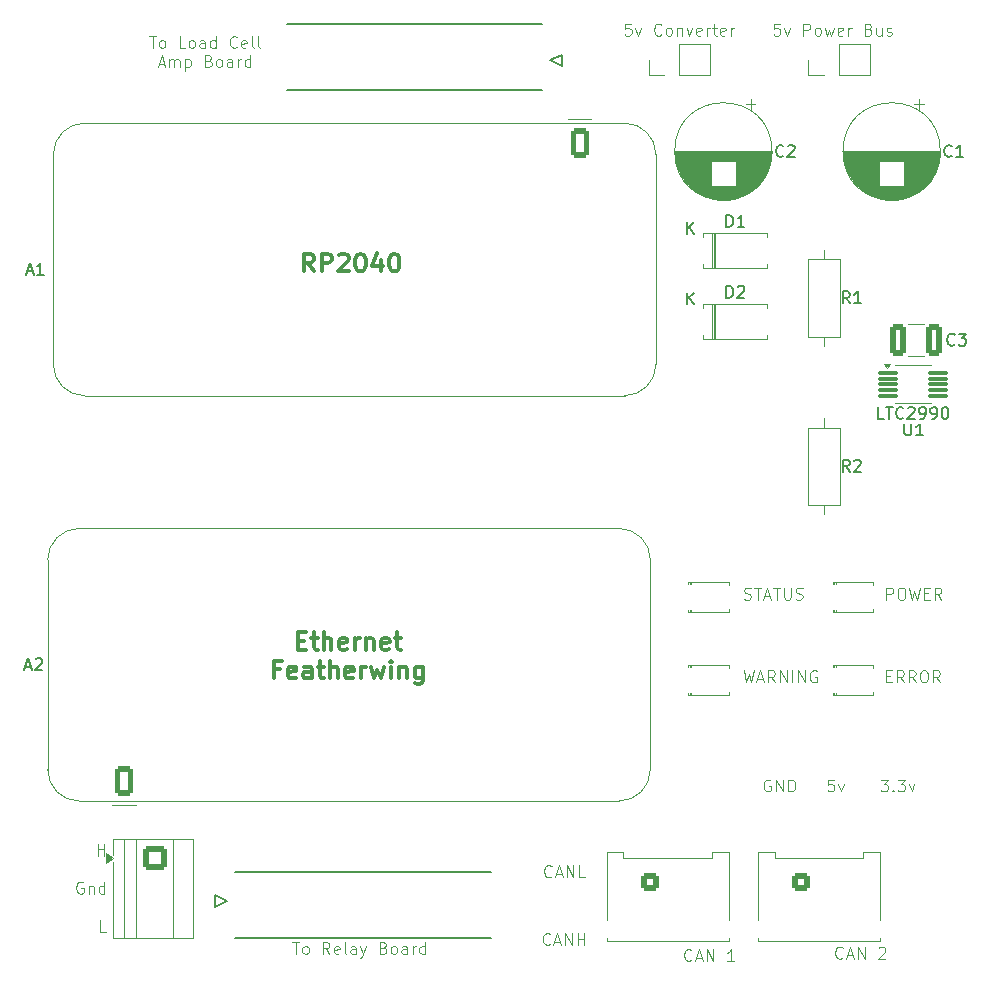
<source format=gto>
%TF.GenerationSoftware,KiCad,Pcbnew,9.0.0*%
%TF.CreationDate,2025-04-09T18:23:38-07:00*%
%TF.ProjectId,PAC Board,50414320-426f-4617-9264-2e6b69636164,rev?*%
%TF.SameCoordinates,Original*%
%TF.FileFunction,Legend,Top*%
%TF.FilePolarity,Positive*%
%FSLAX46Y46*%
G04 Gerber Fmt 4.6, Leading zero omitted, Abs format (unit mm)*
G04 Created by KiCad (PCBNEW 9.0.0) date 2025-04-09 18:23:38*
%MOMM*%
%LPD*%
G01*
G04 APERTURE LIST*
G04 Aperture macros list*
%AMRoundRect*
0 Rectangle with rounded corners*
0 $1 Rounding radius*
0 $2 $3 $4 $5 $6 $7 $8 $9 X,Y pos of 4 corners*
0 Add a 4 corners polygon primitive as box body*
4,1,4,$2,$3,$4,$5,$6,$7,$8,$9,$2,$3,0*
0 Add four circle primitives for the rounded corners*
1,1,$1+$1,$2,$3*
1,1,$1+$1,$4,$5*
1,1,$1+$1,$6,$7*
1,1,$1+$1,$8,$9*
0 Add four rect primitives between the rounded corners*
20,1,$1+$1,$2,$3,$4,$5,0*
20,1,$1+$1,$4,$5,$6,$7,0*
20,1,$1+$1,$6,$7,$8,$9,0*
20,1,$1+$1,$8,$9,$2,$3,0*%
G04 Aperture macros list end*
%ADD10C,0.100000*%
%ADD11C,0.300000*%
%ADD12C,0.150000*%
%ADD13C,0.120000*%
%ADD14C,0.127000*%
%ADD15C,2.000000*%
%ADD16RoundRect,0.087500X-0.725000X-0.087500X0.725000X-0.087500X0.725000X0.087500X-0.725000X0.087500X0*%
%ADD17RoundRect,0.250000X0.550000X-1.050000X0.550000X1.050000X-0.550000X1.050000X-0.550000X-1.050000X0*%
%ADD18O,1.600000X2.600000*%
%ADD19R,1.170000X1.170000*%
%ADD20C,1.170000*%
%ADD21C,2.560000*%
%ADD22C,6.000000*%
%ADD23R,1.700000X1.700000*%
%ADD24O,1.700000X1.700000*%
%ADD25R,1.800000X1.800000*%
%ADD26C,1.800000*%
%ADD27RoundRect,0.250000X-0.550000X1.050000X-0.550000X-1.050000X0.550000X-1.050000X0.550000X1.050000X0*%
%ADD28C,1.600000*%
%ADD29O,1.600000X1.600000*%
%ADD30R,1.600000X1.600000*%
%ADD31O,1.800000X1.800000*%
%ADD32RoundRect,0.250000X-0.750000X0.750000X-0.750000X-0.750000X0.750000X-0.750000X0.750000X0.750000X0*%
%ADD33C,1.020000*%
%ADD34RoundRect,0.250001X-0.499999X-0.499999X0.499999X-0.499999X0.499999X0.499999X-0.499999X0.499999X0*%
%ADD35C,1.500000*%
%ADD36RoundRect,0.250000X0.412500X1.100000X-0.412500X1.100000X-0.412500X-1.100000X0.412500X-1.100000X0*%
G04 APERTURE END LIST*
D10*
X182256265Y-97909800D02*
X182399122Y-97957419D01*
X182399122Y-97957419D02*
X182637217Y-97957419D01*
X182637217Y-97957419D02*
X182732455Y-97909800D01*
X182732455Y-97909800D02*
X182780074Y-97862180D01*
X182780074Y-97862180D02*
X182827693Y-97766942D01*
X182827693Y-97766942D02*
X182827693Y-97671704D01*
X182827693Y-97671704D02*
X182780074Y-97576466D01*
X182780074Y-97576466D02*
X182732455Y-97528847D01*
X182732455Y-97528847D02*
X182637217Y-97481228D01*
X182637217Y-97481228D02*
X182446741Y-97433609D01*
X182446741Y-97433609D02*
X182351503Y-97385990D01*
X182351503Y-97385990D02*
X182303884Y-97338371D01*
X182303884Y-97338371D02*
X182256265Y-97243133D01*
X182256265Y-97243133D02*
X182256265Y-97147895D01*
X182256265Y-97147895D02*
X182303884Y-97052657D01*
X182303884Y-97052657D02*
X182351503Y-97005038D01*
X182351503Y-97005038D02*
X182446741Y-96957419D01*
X182446741Y-96957419D02*
X182684836Y-96957419D01*
X182684836Y-96957419D02*
X182827693Y-97005038D01*
X183113408Y-96957419D02*
X183684836Y-96957419D01*
X183399122Y-97957419D02*
X183399122Y-96957419D01*
X183970551Y-97671704D02*
X184446741Y-97671704D01*
X183875313Y-97957419D02*
X184208646Y-96957419D01*
X184208646Y-96957419D02*
X184541979Y-97957419D01*
X184732456Y-96957419D02*
X185303884Y-96957419D01*
X185018170Y-97957419D02*
X185018170Y-96957419D01*
X185637218Y-96957419D02*
X185637218Y-97766942D01*
X185637218Y-97766942D02*
X185684837Y-97862180D01*
X185684837Y-97862180D02*
X185732456Y-97909800D01*
X185732456Y-97909800D02*
X185827694Y-97957419D01*
X185827694Y-97957419D02*
X186018170Y-97957419D01*
X186018170Y-97957419D02*
X186113408Y-97909800D01*
X186113408Y-97909800D02*
X186161027Y-97862180D01*
X186161027Y-97862180D02*
X186208646Y-97766942D01*
X186208646Y-97766942D02*
X186208646Y-96957419D01*
X186637218Y-97909800D02*
X186780075Y-97957419D01*
X186780075Y-97957419D02*
X187018170Y-97957419D01*
X187018170Y-97957419D02*
X187113408Y-97909800D01*
X187113408Y-97909800D02*
X187161027Y-97862180D01*
X187161027Y-97862180D02*
X187208646Y-97766942D01*
X187208646Y-97766942D02*
X187208646Y-97671704D01*
X187208646Y-97671704D02*
X187161027Y-97576466D01*
X187161027Y-97576466D02*
X187113408Y-97528847D01*
X187113408Y-97528847D02*
X187018170Y-97481228D01*
X187018170Y-97481228D02*
X186827694Y-97433609D01*
X186827694Y-97433609D02*
X186732456Y-97385990D01*
X186732456Y-97385990D02*
X186684837Y-97338371D01*
X186684837Y-97338371D02*
X186637218Y-97243133D01*
X186637218Y-97243133D02*
X186637218Y-97147895D01*
X186637218Y-97147895D02*
X186684837Y-97052657D01*
X186684837Y-97052657D02*
X186732456Y-97005038D01*
X186732456Y-97005038D02*
X186827694Y-96957419D01*
X186827694Y-96957419D02*
X187065789Y-96957419D01*
X187065789Y-96957419D02*
X187208646Y-97005038D01*
D11*
X145857143Y-70178328D02*
X145357143Y-69464042D01*
X145000000Y-70178328D02*
X145000000Y-68678328D01*
X145000000Y-68678328D02*
X145571429Y-68678328D01*
X145571429Y-68678328D02*
X145714286Y-68749757D01*
X145714286Y-68749757D02*
X145785715Y-68821185D01*
X145785715Y-68821185D02*
X145857143Y-68964042D01*
X145857143Y-68964042D02*
X145857143Y-69178328D01*
X145857143Y-69178328D02*
X145785715Y-69321185D01*
X145785715Y-69321185D02*
X145714286Y-69392614D01*
X145714286Y-69392614D02*
X145571429Y-69464042D01*
X145571429Y-69464042D02*
X145000000Y-69464042D01*
X146500000Y-70178328D02*
X146500000Y-68678328D01*
X146500000Y-68678328D02*
X147071429Y-68678328D01*
X147071429Y-68678328D02*
X147214286Y-68749757D01*
X147214286Y-68749757D02*
X147285715Y-68821185D01*
X147285715Y-68821185D02*
X147357143Y-68964042D01*
X147357143Y-68964042D02*
X147357143Y-69178328D01*
X147357143Y-69178328D02*
X147285715Y-69321185D01*
X147285715Y-69321185D02*
X147214286Y-69392614D01*
X147214286Y-69392614D02*
X147071429Y-69464042D01*
X147071429Y-69464042D02*
X146500000Y-69464042D01*
X147928572Y-68821185D02*
X148000000Y-68749757D01*
X148000000Y-68749757D02*
X148142858Y-68678328D01*
X148142858Y-68678328D02*
X148500000Y-68678328D01*
X148500000Y-68678328D02*
X148642858Y-68749757D01*
X148642858Y-68749757D02*
X148714286Y-68821185D01*
X148714286Y-68821185D02*
X148785715Y-68964042D01*
X148785715Y-68964042D02*
X148785715Y-69106900D01*
X148785715Y-69106900D02*
X148714286Y-69321185D01*
X148714286Y-69321185D02*
X147857143Y-70178328D01*
X147857143Y-70178328D02*
X148785715Y-70178328D01*
X149714286Y-68678328D02*
X149857143Y-68678328D01*
X149857143Y-68678328D02*
X150000000Y-68749757D01*
X150000000Y-68749757D02*
X150071429Y-68821185D01*
X150071429Y-68821185D02*
X150142857Y-68964042D01*
X150142857Y-68964042D02*
X150214286Y-69249757D01*
X150214286Y-69249757D02*
X150214286Y-69606900D01*
X150214286Y-69606900D02*
X150142857Y-69892614D01*
X150142857Y-69892614D02*
X150071429Y-70035471D01*
X150071429Y-70035471D02*
X150000000Y-70106900D01*
X150000000Y-70106900D02*
X149857143Y-70178328D01*
X149857143Y-70178328D02*
X149714286Y-70178328D01*
X149714286Y-70178328D02*
X149571429Y-70106900D01*
X149571429Y-70106900D02*
X149500000Y-70035471D01*
X149500000Y-70035471D02*
X149428571Y-69892614D01*
X149428571Y-69892614D02*
X149357143Y-69606900D01*
X149357143Y-69606900D02*
X149357143Y-69249757D01*
X149357143Y-69249757D02*
X149428571Y-68964042D01*
X149428571Y-68964042D02*
X149500000Y-68821185D01*
X149500000Y-68821185D02*
X149571429Y-68749757D01*
X149571429Y-68749757D02*
X149714286Y-68678328D01*
X151500000Y-69178328D02*
X151500000Y-70178328D01*
X151142857Y-68606900D02*
X150785714Y-69678328D01*
X150785714Y-69678328D02*
X151714285Y-69678328D01*
X152571428Y-68678328D02*
X152714285Y-68678328D01*
X152714285Y-68678328D02*
X152857142Y-68749757D01*
X152857142Y-68749757D02*
X152928571Y-68821185D01*
X152928571Y-68821185D02*
X152999999Y-68964042D01*
X152999999Y-68964042D02*
X153071428Y-69249757D01*
X153071428Y-69249757D02*
X153071428Y-69606900D01*
X153071428Y-69606900D02*
X152999999Y-69892614D01*
X152999999Y-69892614D02*
X152928571Y-70035471D01*
X152928571Y-70035471D02*
X152857142Y-70106900D01*
X152857142Y-70106900D02*
X152714285Y-70178328D01*
X152714285Y-70178328D02*
X152571428Y-70178328D01*
X152571428Y-70178328D02*
X152428571Y-70106900D01*
X152428571Y-70106900D02*
X152357142Y-70035471D01*
X152357142Y-70035471D02*
X152285713Y-69892614D01*
X152285713Y-69892614D02*
X152214285Y-69606900D01*
X152214285Y-69606900D02*
X152214285Y-69249757D01*
X152214285Y-69249757D02*
X152285713Y-68964042D01*
X152285713Y-68964042D02*
X152357142Y-68821185D01*
X152357142Y-68821185D02*
X152428571Y-68749757D01*
X152428571Y-68749757D02*
X152571428Y-68678328D01*
X144464285Y-101435156D02*
X144964285Y-101435156D01*
X145178571Y-102220870D02*
X144464285Y-102220870D01*
X144464285Y-102220870D02*
X144464285Y-100720870D01*
X144464285Y-100720870D02*
X145178571Y-100720870D01*
X145607143Y-101220870D02*
X146178571Y-101220870D01*
X145821428Y-100720870D02*
X145821428Y-102006584D01*
X145821428Y-102006584D02*
X145892857Y-102149442D01*
X145892857Y-102149442D02*
X146035714Y-102220870D01*
X146035714Y-102220870D02*
X146178571Y-102220870D01*
X146678571Y-102220870D02*
X146678571Y-100720870D01*
X147321429Y-102220870D02*
X147321429Y-101435156D01*
X147321429Y-101435156D02*
X147250000Y-101292299D01*
X147250000Y-101292299D02*
X147107143Y-101220870D01*
X147107143Y-101220870D02*
X146892857Y-101220870D01*
X146892857Y-101220870D02*
X146750000Y-101292299D01*
X146750000Y-101292299D02*
X146678571Y-101363727D01*
X148607143Y-102149442D02*
X148464286Y-102220870D01*
X148464286Y-102220870D02*
X148178572Y-102220870D01*
X148178572Y-102220870D02*
X148035714Y-102149442D01*
X148035714Y-102149442D02*
X147964286Y-102006584D01*
X147964286Y-102006584D02*
X147964286Y-101435156D01*
X147964286Y-101435156D02*
X148035714Y-101292299D01*
X148035714Y-101292299D02*
X148178572Y-101220870D01*
X148178572Y-101220870D02*
X148464286Y-101220870D01*
X148464286Y-101220870D02*
X148607143Y-101292299D01*
X148607143Y-101292299D02*
X148678572Y-101435156D01*
X148678572Y-101435156D02*
X148678572Y-101578013D01*
X148678572Y-101578013D02*
X147964286Y-101720870D01*
X149321428Y-102220870D02*
X149321428Y-101220870D01*
X149321428Y-101506584D02*
X149392857Y-101363727D01*
X149392857Y-101363727D02*
X149464286Y-101292299D01*
X149464286Y-101292299D02*
X149607143Y-101220870D01*
X149607143Y-101220870D02*
X149750000Y-101220870D01*
X150249999Y-101220870D02*
X150249999Y-102220870D01*
X150249999Y-101363727D02*
X150321428Y-101292299D01*
X150321428Y-101292299D02*
X150464285Y-101220870D01*
X150464285Y-101220870D02*
X150678571Y-101220870D01*
X150678571Y-101220870D02*
X150821428Y-101292299D01*
X150821428Y-101292299D02*
X150892857Y-101435156D01*
X150892857Y-101435156D02*
X150892857Y-102220870D01*
X152178571Y-102149442D02*
X152035714Y-102220870D01*
X152035714Y-102220870D02*
X151750000Y-102220870D01*
X151750000Y-102220870D02*
X151607142Y-102149442D01*
X151607142Y-102149442D02*
X151535714Y-102006584D01*
X151535714Y-102006584D02*
X151535714Y-101435156D01*
X151535714Y-101435156D02*
X151607142Y-101292299D01*
X151607142Y-101292299D02*
X151750000Y-101220870D01*
X151750000Y-101220870D02*
X152035714Y-101220870D01*
X152035714Y-101220870D02*
X152178571Y-101292299D01*
X152178571Y-101292299D02*
X152250000Y-101435156D01*
X152250000Y-101435156D02*
X152250000Y-101578013D01*
X152250000Y-101578013D02*
X151535714Y-101720870D01*
X152678571Y-101220870D02*
X153249999Y-101220870D01*
X152892856Y-100720870D02*
X152892856Y-102006584D01*
X152892856Y-102006584D02*
X152964285Y-102149442D01*
X152964285Y-102149442D02*
X153107142Y-102220870D01*
X153107142Y-102220870D02*
X153249999Y-102220870D01*
X142928571Y-103850072D02*
X142428571Y-103850072D01*
X142428571Y-104635786D02*
X142428571Y-103135786D01*
X142428571Y-103135786D02*
X143142857Y-103135786D01*
X144285714Y-104564358D02*
X144142857Y-104635786D01*
X144142857Y-104635786D02*
X143857143Y-104635786D01*
X143857143Y-104635786D02*
X143714285Y-104564358D01*
X143714285Y-104564358D02*
X143642857Y-104421500D01*
X143642857Y-104421500D02*
X143642857Y-103850072D01*
X143642857Y-103850072D02*
X143714285Y-103707215D01*
X143714285Y-103707215D02*
X143857143Y-103635786D01*
X143857143Y-103635786D02*
X144142857Y-103635786D01*
X144142857Y-103635786D02*
X144285714Y-103707215D01*
X144285714Y-103707215D02*
X144357143Y-103850072D01*
X144357143Y-103850072D02*
X144357143Y-103992929D01*
X144357143Y-103992929D02*
X143642857Y-104135786D01*
X145642857Y-104635786D02*
X145642857Y-103850072D01*
X145642857Y-103850072D02*
X145571428Y-103707215D01*
X145571428Y-103707215D02*
X145428571Y-103635786D01*
X145428571Y-103635786D02*
X145142857Y-103635786D01*
X145142857Y-103635786D02*
X144999999Y-103707215D01*
X145642857Y-104564358D02*
X145499999Y-104635786D01*
X145499999Y-104635786D02*
X145142857Y-104635786D01*
X145142857Y-104635786D02*
X144999999Y-104564358D01*
X144999999Y-104564358D02*
X144928571Y-104421500D01*
X144928571Y-104421500D02*
X144928571Y-104278643D01*
X144928571Y-104278643D02*
X144999999Y-104135786D01*
X144999999Y-104135786D02*
X145142857Y-104064358D01*
X145142857Y-104064358D02*
X145499999Y-104064358D01*
X145499999Y-104064358D02*
X145642857Y-103992929D01*
X146142857Y-103635786D02*
X146714285Y-103635786D01*
X146357142Y-103135786D02*
X146357142Y-104421500D01*
X146357142Y-104421500D02*
X146428571Y-104564358D01*
X146428571Y-104564358D02*
X146571428Y-104635786D01*
X146571428Y-104635786D02*
X146714285Y-104635786D01*
X147214285Y-104635786D02*
X147214285Y-103135786D01*
X147857143Y-104635786D02*
X147857143Y-103850072D01*
X147857143Y-103850072D02*
X147785714Y-103707215D01*
X147785714Y-103707215D02*
X147642857Y-103635786D01*
X147642857Y-103635786D02*
X147428571Y-103635786D01*
X147428571Y-103635786D02*
X147285714Y-103707215D01*
X147285714Y-103707215D02*
X147214285Y-103778643D01*
X149142857Y-104564358D02*
X149000000Y-104635786D01*
X149000000Y-104635786D02*
X148714286Y-104635786D01*
X148714286Y-104635786D02*
X148571428Y-104564358D01*
X148571428Y-104564358D02*
X148500000Y-104421500D01*
X148500000Y-104421500D02*
X148500000Y-103850072D01*
X148500000Y-103850072D02*
X148571428Y-103707215D01*
X148571428Y-103707215D02*
X148714286Y-103635786D01*
X148714286Y-103635786D02*
X149000000Y-103635786D01*
X149000000Y-103635786D02*
X149142857Y-103707215D01*
X149142857Y-103707215D02*
X149214286Y-103850072D01*
X149214286Y-103850072D02*
X149214286Y-103992929D01*
X149214286Y-103992929D02*
X148500000Y-104135786D01*
X149857142Y-104635786D02*
X149857142Y-103635786D01*
X149857142Y-103921500D02*
X149928571Y-103778643D01*
X149928571Y-103778643D02*
X150000000Y-103707215D01*
X150000000Y-103707215D02*
X150142857Y-103635786D01*
X150142857Y-103635786D02*
X150285714Y-103635786D01*
X150642856Y-103635786D02*
X150928571Y-104635786D01*
X150928571Y-104635786D02*
X151214285Y-103921500D01*
X151214285Y-103921500D02*
X151499999Y-104635786D01*
X151499999Y-104635786D02*
X151785713Y-103635786D01*
X152357142Y-104635786D02*
X152357142Y-103635786D01*
X152357142Y-103135786D02*
X152285714Y-103207215D01*
X152285714Y-103207215D02*
X152357142Y-103278643D01*
X152357142Y-103278643D02*
X152428571Y-103207215D01*
X152428571Y-103207215D02*
X152357142Y-103135786D01*
X152357142Y-103135786D02*
X152357142Y-103278643D01*
X153071428Y-103635786D02*
X153071428Y-104635786D01*
X153071428Y-103778643D02*
X153142857Y-103707215D01*
X153142857Y-103707215D02*
X153285714Y-103635786D01*
X153285714Y-103635786D02*
X153500000Y-103635786D01*
X153500000Y-103635786D02*
X153642857Y-103707215D01*
X153642857Y-103707215D02*
X153714286Y-103850072D01*
X153714286Y-103850072D02*
X153714286Y-104635786D01*
X155071429Y-103635786D02*
X155071429Y-104850072D01*
X155071429Y-104850072D02*
X155000000Y-104992929D01*
X155000000Y-104992929D02*
X154928571Y-105064358D01*
X154928571Y-105064358D02*
X154785714Y-105135786D01*
X154785714Y-105135786D02*
X154571429Y-105135786D01*
X154571429Y-105135786D02*
X154428571Y-105064358D01*
X155071429Y-104564358D02*
X154928571Y-104635786D01*
X154928571Y-104635786D02*
X154642857Y-104635786D01*
X154642857Y-104635786D02*
X154500000Y-104564358D01*
X154500000Y-104564358D02*
X154428571Y-104492929D01*
X154428571Y-104492929D02*
X154357143Y-104350072D01*
X154357143Y-104350072D02*
X154357143Y-103921500D01*
X154357143Y-103921500D02*
X154428571Y-103778643D01*
X154428571Y-103778643D02*
X154500000Y-103707215D01*
X154500000Y-103707215D02*
X154642857Y-103635786D01*
X154642857Y-103635786D02*
X154928571Y-103635786D01*
X154928571Y-103635786D02*
X155071429Y-103707215D01*
D10*
X165952380Y-121362180D02*
X165904761Y-121409800D01*
X165904761Y-121409800D02*
X165761904Y-121457419D01*
X165761904Y-121457419D02*
X165666666Y-121457419D01*
X165666666Y-121457419D02*
X165523809Y-121409800D01*
X165523809Y-121409800D02*
X165428571Y-121314561D01*
X165428571Y-121314561D02*
X165380952Y-121219323D01*
X165380952Y-121219323D02*
X165333333Y-121028847D01*
X165333333Y-121028847D02*
X165333333Y-120885990D01*
X165333333Y-120885990D02*
X165380952Y-120695514D01*
X165380952Y-120695514D02*
X165428571Y-120600276D01*
X165428571Y-120600276D02*
X165523809Y-120505038D01*
X165523809Y-120505038D02*
X165666666Y-120457419D01*
X165666666Y-120457419D02*
X165761904Y-120457419D01*
X165761904Y-120457419D02*
X165904761Y-120505038D01*
X165904761Y-120505038D02*
X165952380Y-120552657D01*
X166333333Y-121171704D02*
X166809523Y-121171704D01*
X166238095Y-121457419D02*
X166571428Y-120457419D01*
X166571428Y-120457419D02*
X166904761Y-121457419D01*
X167238095Y-121457419D02*
X167238095Y-120457419D01*
X167238095Y-120457419D02*
X167809523Y-121457419D01*
X167809523Y-121457419D02*
X167809523Y-120457419D01*
X168761904Y-121457419D02*
X168285714Y-121457419D01*
X168285714Y-121457419D02*
X168285714Y-120457419D01*
X182208646Y-103957419D02*
X182446741Y-104957419D01*
X182446741Y-104957419D02*
X182637217Y-104243133D01*
X182637217Y-104243133D02*
X182827693Y-104957419D01*
X182827693Y-104957419D02*
X183065789Y-103957419D01*
X183399122Y-104671704D02*
X183875312Y-104671704D01*
X183303884Y-104957419D02*
X183637217Y-103957419D01*
X183637217Y-103957419D02*
X183970550Y-104957419D01*
X184875312Y-104957419D02*
X184541979Y-104481228D01*
X184303884Y-104957419D02*
X184303884Y-103957419D01*
X184303884Y-103957419D02*
X184684836Y-103957419D01*
X184684836Y-103957419D02*
X184780074Y-104005038D01*
X184780074Y-104005038D02*
X184827693Y-104052657D01*
X184827693Y-104052657D02*
X184875312Y-104147895D01*
X184875312Y-104147895D02*
X184875312Y-104290752D01*
X184875312Y-104290752D02*
X184827693Y-104385990D01*
X184827693Y-104385990D02*
X184780074Y-104433609D01*
X184780074Y-104433609D02*
X184684836Y-104481228D01*
X184684836Y-104481228D02*
X184303884Y-104481228D01*
X185303884Y-104957419D02*
X185303884Y-103957419D01*
X185303884Y-103957419D02*
X185875312Y-104957419D01*
X185875312Y-104957419D02*
X185875312Y-103957419D01*
X186351503Y-104957419D02*
X186351503Y-103957419D01*
X186827693Y-104957419D02*
X186827693Y-103957419D01*
X186827693Y-103957419D02*
X187399121Y-104957419D01*
X187399121Y-104957419D02*
X187399121Y-103957419D01*
X188399121Y-104005038D02*
X188303883Y-103957419D01*
X188303883Y-103957419D02*
X188161026Y-103957419D01*
X188161026Y-103957419D02*
X188018169Y-104005038D01*
X188018169Y-104005038D02*
X187922931Y-104100276D01*
X187922931Y-104100276D02*
X187875312Y-104195514D01*
X187875312Y-104195514D02*
X187827693Y-104385990D01*
X187827693Y-104385990D02*
X187827693Y-104528847D01*
X187827693Y-104528847D02*
X187875312Y-104719323D01*
X187875312Y-104719323D02*
X187922931Y-104814561D01*
X187922931Y-104814561D02*
X188018169Y-104909800D01*
X188018169Y-104909800D02*
X188161026Y-104957419D01*
X188161026Y-104957419D02*
X188256264Y-104957419D01*
X188256264Y-104957419D02*
X188399121Y-104909800D01*
X188399121Y-104909800D02*
X188446740Y-104862180D01*
X188446740Y-104862180D02*
X188446740Y-104528847D01*
X188446740Y-104528847D02*
X188256264Y-104528847D01*
X127524687Y-119632531D02*
X127524687Y-118632531D01*
X127524687Y-119108721D02*
X128096115Y-119108721D01*
X128096115Y-119632531D02*
X128096115Y-118632531D01*
X126286591Y-121900038D02*
X126191353Y-121852419D01*
X126191353Y-121852419D02*
X126048496Y-121852419D01*
X126048496Y-121852419D02*
X125905639Y-121900038D01*
X125905639Y-121900038D02*
X125810401Y-121995276D01*
X125810401Y-121995276D02*
X125762782Y-122090514D01*
X125762782Y-122090514D02*
X125715163Y-122280990D01*
X125715163Y-122280990D02*
X125715163Y-122423847D01*
X125715163Y-122423847D02*
X125762782Y-122614323D01*
X125762782Y-122614323D02*
X125810401Y-122709561D01*
X125810401Y-122709561D02*
X125905639Y-122804800D01*
X125905639Y-122804800D02*
X126048496Y-122852419D01*
X126048496Y-122852419D02*
X126143734Y-122852419D01*
X126143734Y-122852419D02*
X126286591Y-122804800D01*
X126286591Y-122804800D02*
X126334210Y-122757180D01*
X126334210Y-122757180D02*
X126334210Y-122423847D01*
X126334210Y-122423847D02*
X126143734Y-122423847D01*
X126762782Y-122185752D02*
X126762782Y-122852419D01*
X126762782Y-122280990D02*
X126810401Y-122233371D01*
X126810401Y-122233371D02*
X126905639Y-122185752D01*
X126905639Y-122185752D02*
X127048496Y-122185752D01*
X127048496Y-122185752D02*
X127143734Y-122233371D01*
X127143734Y-122233371D02*
X127191353Y-122328609D01*
X127191353Y-122328609D02*
X127191353Y-122852419D01*
X128096115Y-122852419D02*
X128096115Y-121852419D01*
X128096115Y-122804800D02*
X128000877Y-122852419D01*
X128000877Y-122852419D02*
X127810401Y-122852419D01*
X127810401Y-122852419D02*
X127715163Y-122804800D01*
X127715163Y-122804800D02*
X127667544Y-122757180D01*
X127667544Y-122757180D02*
X127619925Y-122661942D01*
X127619925Y-122661942D02*
X127619925Y-122376228D01*
X127619925Y-122376228D02*
X127667544Y-122280990D01*
X127667544Y-122280990D02*
X127715163Y-122233371D01*
X127715163Y-122233371D02*
X127810401Y-122185752D01*
X127810401Y-122185752D02*
X128000877Y-122185752D01*
X128000877Y-122185752D02*
X128096115Y-122233371D01*
X128238972Y-126072307D02*
X127762782Y-126072307D01*
X127762782Y-126072307D02*
X127762782Y-125072307D01*
X190599999Y-128262180D02*
X190552380Y-128309800D01*
X190552380Y-128309800D02*
X190409523Y-128357419D01*
X190409523Y-128357419D02*
X190314285Y-128357419D01*
X190314285Y-128357419D02*
X190171428Y-128309800D01*
X190171428Y-128309800D02*
X190076190Y-128214561D01*
X190076190Y-128214561D02*
X190028571Y-128119323D01*
X190028571Y-128119323D02*
X189980952Y-127928847D01*
X189980952Y-127928847D02*
X189980952Y-127785990D01*
X189980952Y-127785990D02*
X190028571Y-127595514D01*
X190028571Y-127595514D02*
X190076190Y-127500276D01*
X190076190Y-127500276D02*
X190171428Y-127405038D01*
X190171428Y-127405038D02*
X190314285Y-127357419D01*
X190314285Y-127357419D02*
X190409523Y-127357419D01*
X190409523Y-127357419D02*
X190552380Y-127405038D01*
X190552380Y-127405038D02*
X190599999Y-127452657D01*
X190980952Y-128071704D02*
X191457142Y-128071704D01*
X190885714Y-128357419D02*
X191219047Y-127357419D01*
X191219047Y-127357419D02*
X191552380Y-128357419D01*
X191885714Y-128357419D02*
X191885714Y-127357419D01*
X191885714Y-127357419D02*
X192457142Y-128357419D01*
X192457142Y-128357419D02*
X192457142Y-127357419D01*
X193647619Y-127452657D02*
X193695238Y-127405038D01*
X193695238Y-127405038D02*
X193790476Y-127357419D01*
X193790476Y-127357419D02*
X194028571Y-127357419D01*
X194028571Y-127357419D02*
X194123809Y-127405038D01*
X194123809Y-127405038D02*
X194171428Y-127452657D01*
X194171428Y-127452657D02*
X194219047Y-127547895D01*
X194219047Y-127547895D02*
X194219047Y-127643133D01*
X194219047Y-127643133D02*
X194171428Y-127785990D01*
X194171428Y-127785990D02*
X193600000Y-128357419D01*
X193600000Y-128357419D02*
X194219047Y-128357419D01*
X144009523Y-126957419D02*
X144580951Y-126957419D01*
X144295237Y-127957419D02*
X144295237Y-126957419D01*
X145057142Y-127957419D02*
X144961904Y-127909800D01*
X144961904Y-127909800D02*
X144914285Y-127862180D01*
X144914285Y-127862180D02*
X144866666Y-127766942D01*
X144866666Y-127766942D02*
X144866666Y-127481228D01*
X144866666Y-127481228D02*
X144914285Y-127385990D01*
X144914285Y-127385990D02*
X144961904Y-127338371D01*
X144961904Y-127338371D02*
X145057142Y-127290752D01*
X145057142Y-127290752D02*
X145199999Y-127290752D01*
X145199999Y-127290752D02*
X145295237Y-127338371D01*
X145295237Y-127338371D02*
X145342856Y-127385990D01*
X145342856Y-127385990D02*
X145390475Y-127481228D01*
X145390475Y-127481228D02*
X145390475Y-127766942D01*
X145390475Y-127766942D02*
X145342856Y-127862180D01*
X145342856Y-127862180D02*
X145295237Y-127909800D01*
X145295237Y-127909800D02*
X145199999Y-127957419D01*
X145199999Y-127957419D02*
X145057142Y-127957419D01*
X147152380Y-127957419D02*
X146819047Y-127481228D01*
X146580952Y-127957419D02*
X146580952Y-126957419D01*
X146580952Y-126957419D02*
X146961904Y-126957419D01*
X146961904Y-126957419D02*
X147057142Y-127005038D01*
X147057142Y-127005038D02*
X147104761Y-127052657D01*
X147104761Y-127052657D02*
X147152380Y-127147895D01*
X147152380Y-127147895D02*
X147152380Y-127290752D01*
X147152380Y-127290752D02*
X147104761Y-127385990D01*
X147104761Y-127385990D02*
X147057142Y-127433609D01*
X147057142Y-127433609D02*
X146961904Y-127481228D01*
X146961904Y-127481228D02*
X146580952Y-127481228D01*
X147961904Y-127909800D02*
X147866666Y-127957419D01*
X147866666Y-127957419D02*
X147676190Y-127957419D01*
X147676190Y-127957419D02*
X147580952Y-127909800D01*
X147580952Y-127909800D02*
X147533333Y-127814561D01*
X147533333Y-127814561D02*
X147533333Y-127433609D01*
X147533333Y-127433609D02*
X147580952Y-127338371D01*
X147580952Y-127338371D02*
X147676190Y-127290752D01*
X147676190Y-127290752D02*
X147866666Y-127290752D01*
X147866666Y-127290752D02*
X147961904Y-127338371D01*
X147961904Y-127338371D02*
X148009523Y-127433609D01*
X148009523Y-127433609D02*
X148009523Y-127528847D01*
X148009523Y-127528847D02*
X147533333Y-127624085D01*
X148580952Y-127957419D02*
X148485714Y-127909800D01*
X148485714Y-127909800D02*
X148438095Y-127814561D01*
X148438095Y-127814561D02*
X148438095Y-126957419D01*
X149390476Y-127957419D02*
X149390476Y-127433609D01*
X149390476Y-127433609D02*
X149342857Y-127338371D01*
X149342857Y-127338371D02*
X149247619Y-127290752D01*
X149247619Y-127290752D02*
X149057143Y-127290752D01*
X149057143Y-127290752D02*
X148961905Y-127338371D01*
X149390476Y-127909800D02*
X149295238Y-127957419D01*
X149295238Y-127957419D02*
X149057143Y-127957419D01*
X149057143Y-127957419D02*
X148961905Y-127909800D01*
X148961905Y-127909800D02*
X148914286Y-127814561D01*
X148914286Y-127814561D02*
X148914286Y-127719323D01*
X148914286Y-127719323D02*
X148961905Y-127624085D01*
X148961905Y-127624085D02*
X149057143Y-127576466D01*
X149057143Y-127576466D02*
X149295238Y-127576466D01*
X149295238Y-127576466D02*
X149390476Y-127528847D01*
X149771429Y-127290752D02*
X150009524Y-127957419D01*
X150247619Y-127290752D02*
X150009524Y-127957419D01*
X150009524Y-127957419D02*
X149914286Y-128195514D01*
X149914286Y-128195514D02*
X149866667Y-128243133D01*
X149866667Y-128243133D02*
X149771429Y-128290752D01*
X151723810Y-127433609D02*
X151866667Y-127481228D01*
X151866667Y-127481228D02*
X151914286Y-127528847D01*
X151914286Y-127528847D02*
X151961905Y-127624085D01*
X151961905Y-127624085D02*
X151961905Y-127766942D01*
X151961905Y-127766942D02*
X151914286Y-127862180D01*
X151914286Y-127862180D02*
X151866667Y-127909800D01*
X151866667Y-127909800D02*
X151771429Y-127957419D01*
X151771429Y-127957419D02*
X151390477Y-127957419D01*
X151390477Y-127957419D02*
X151390477Y-126957419D01*
X151390477Y-126957419D02*
X151723810Y-126957419D01*
X151723810Y-126957419D02*
X151819048Y-127005038D01*
X151819048Y-127005038D02*
X151866667Y-127052657D01*
X151866667Y-127052657D02*
X151914286Y-127147895D01*
X151914286Y-127147895D02*
X151914286Y-127243133D01*
X151914286Y-127243133D02*
X151866667Y-127338371D01*
X151866667Y-127338371D02*
X151819048Y-127385990D01*
X151819048Y-127385990D02*
X151723810Y-127433609D01*
X151723810Y-127433609D02*
X151390477Y-127433609D01*
X152533334Y-127957419D02*
X152438096Y-127909800D01*
X152438096Y-127909800D02*
X152390477Y-127862180D01*
X152390477Y-127862180D02*
X152342858Y-127766942D01*
X152342858Y-127766942D02*
X152342858Y-127481228D01*
X152342858Y-127481228D02*
X152390477Y-127385990D01*
X152390477Y-127385990D02*
X152438096Y-127338371D01*
X152438096Y-127338371D02*
X152533334Y-127290752D01*
X152533334Y-127290752D02*
X152676191Y-127290752D01*
X152676191Y-127290752D02*
X152771429Y-127338371D01*
X152771429Y-127338371D02*
X152819048Y-127385990D01*
X152819048Y-127385990D02*
X152866667Y-127481228D01*
X152866667Y-127481228D02*
X152866667Y-127766942D01*
X152866667Y-127766942D02*
X152819048Y-127862180D01*
X152819048Y-127862180D02*
X152771429Y-127909800D01*
X152771429Y-127909800D02*
X152676191Y-127957419D01*
X152676191Y-127957419D02*
X152533334Y-127957419D01*
X153723810Y-127957419D02*
X153723810Y-127433609D01*
X153723810Y-127433609D02*
X153676191Y-127338371D01*
X153676191Y-127338371D02*
X153580953Y-127290752D01*
X153580953Y-127290752D02*
X153390477Y-127290752D01*
X153390477Y-127290752D02*
X153295239Y-127338371D01*
X153723810Y-127909800D02*
X153628572Y-127957419D01*
X153628572Y-127957419D02*
X153390477Y-127957419D01*
X153390477Y-127957419D02*
X153295239Y-127909800D01*
X153295239Y-127909800D02*
X153247620Y-127814561D01*
X153247620Y-127814561D02*
X153247620Y-127719323D01*
X153247620Y-127719323D02*
X153295239Y-127624085D01*
X153295239Y-127624085D02*
X153390477Y-127576466D01*
X153390477Y-127576466D02*
X153628572Y-127576466D01*
X153628572Y-127576466D02*
X153723810Y-127528847D01*
X154200001Y-127957419D02*
X154200001Y-127290752D01*
X154200001Y-127481228D02*
X154247620Y-127385990D01*
X154247620Y-127385990D02*
X154295239Y-127338371D01*
X154295239Y-127338371D02*
X154390477Y-127290752D01*
X154390477Y-127290752D02*
X154485715Y-127290752D01*
X155247620Y-127957419D02*
X155247620Y-126957419D01*
X155247620Y-127909800D02*
X155152382Y-127957419D01*
X155152382Y-127957419D02*
X154961906Y-127957419D01*
X154961906Y-127957419D02*
X154866668Y-127909800D01*
X154866668Y-127909800D02*
X154819049Y-127862180D01*
X154819049Y-127862180D02*
X154771430Y-127766942D01*
X154771430Y-127766942D02*
X154771430Y-127481228D01*
X154771430Y-127481228D02*
X154819049Y-127385990D01*
X154819049Y-127385990D02*
X154866668Y-127338371D01*
X154866668Y-127338371D02*
X154961906Y-127290752D01*
X154961906Y-127290752D02*
X155152382Y-127290752D01*
X155152382Y-127290752D02*
X155247620Y-127338371D01*
X193821429Y-113207419D02*
X194440476Y-113207419D01*
X194440476Y-113207419D02*
X194107143Y-113588371D01*
X194107143Y-113588371D02*
X194250000Y-113588371D01*
X194250000Y-113588371D02*
X194345238Y-113635990D01*
X194345238Y-113635990D02*
X194392857Y-113683609D01*
X194392857Y-113683609D02*
X194440476Y-113778847D01*
X194440476Y-113778847D02*
X194440476Y-114016942D01*
X194440476Y-114016942D02*
X194392857Y-114112180D01*
X194392857Y-114112180D02*
X194345238Y-114159800D01*
X194345238Y-114159800D02*
X194250000Y-114207419D01*
X194250000Y-114207419D02*
X193964286Y-114207419D01*
X193964286Y-114207419D02*
X193869048Y-114159800D01*
X193869048Y-114159800D02*
X193821429Y-114112180D01*
X194869048Y-114112180D02*
X194916667Y-114159800D01*
X194916667Y-114159800D02*
X194869048Y-114207419D01*
X194869048Y-114207419D02*
X194821429Y-114159800D01*
X194821429Y-114159800D02*
X194869048Y-114112180D01*
X194869048Y-114112180D02*
X194869048Y-114207419D01*
X195250000Y-113207419D02*
X195869047Y-113207419D01*
X195869047Y-113207419D02*
X195535714Y-113588371D01*
X195535714Y-113588371D02*
X195678571Y-113588371D01*
X195678571Y-113588371D02*
X195773809Y-113635990D01*
X195773809Y-113635990D02*
X195821428Y-113683609D01*
X195821428Y-113683609D02*
X195869047Y-113778847D01*
X195869047Y-113778847D02*
X195869047Y-114016942D01*
X195869047Y-114016942D02*
X195821428Y-114112180D01*
X195821428Y-114112180D02*
X195773809Y-114159800D01*
X195773809Y-114159800D02*
X195678571Y-114207419D01*
X195678571Y-114207419D02*
X195392857Y-114207419D01*
X195392857Y-114207419D02*
X195297619Y-114159800D01*
X195297619Y-114159800D02*
X195250000Y-114112180D01*
X196202381Y-113540752D02*
X196440476Y-114207419D01*
X196440476Y-114207419D02*
X196678571Y-113540752D01*
X185273808Y-49207419D02*
X184797618Y-49207419D01*
X184797618Y-49207419D02*
X184749999Y-49683609D01*
X184749999Y-49683609D02*
X184797618Y-49635990D01*
X184797618Y-49635990D02*
X184892856Y-49588371D01*
X184892856Y-49588371D02*
X185130951Y-49588371D01*
X185130951Y-49588371D02*
X185226189Y-49635990D01*
X185226189Y-49635990D02*
X185273808Y-49683609D01*
X185273808Y-49683609D02*
X185321427Y-49778847D01*
X185321427Y-49778847D02*
X185321427Y-50016942D01*
X185321427Y-50016942D02*
X185273808Y-50112180D01*
X185273808Y-50112180D02*
X185226189Y-50159800D01*
X185226189Y-50159800D02*
X185130951Y-50207419D01*
X185130951Y-50207419D02*
X184892856Y-50207419D01*
X184892856Y-50207419D02*
X184797618Y-50159800D01*
X184797618Y-50159800D02*
X184749999Y-50112180D01*
X185654761Y-49540752D02*
X185892856Y-50207419D01*
X185892856Y-50207419D02*
X186130951Y-49540752D01*
X187273809Y-50207419D02*
X187273809Y-49207419D01*
X187273809Y-49207419D02*
X187654761Y-49207419D01*
X187654761Y-49207419D02*
X187749999Y-49255038D01*
X187749999Y-49255038D02*
X187797618Y-49302657D01*
X187797618Y-49302657D02*
X187845237Y-49397895D01*
X187845237Y-49397895D02*
X187845237Y-49540752D01*
X187845237Y-49540752D02*
X187797618Y-49635990D01*
X187797618Y-49635990D02*
X187749999Y-49683609D01*
X187749999Y-49683609D02*
X187654761Y-49731228D01*
X187654761Y-49731228D02*
X187273809Y-49731228D01*
X188416666Y-50207419D02*
X188321428Y-50159800D01*
X188321428Y-50159800D02*
X188273809Y-50112180D01*
X188273809Y-50112180D02*
X188226190Y-50016942D01*
X188226190Y-50016942D02*
X188226190Y-49731228D01*
X188226190Y-49731228D02*
X188273809Y-49635990D01*
X188273809Y-49635990D02*
X188321428Y-49588371D01*
X188321428Y-49588371D02*
X188416666Y-49540752D01*
X188416666Y-49540752D02*
X188559523Y-49540752D01*
X188559523Y-49540752D02*
X188654761Y-49588371D01*
X188654761Y-49588371D02*
X188702380Y-49635990D01*
X188702380Y-49635990D02*
X188749999Y-49731228D01*
X188749999Y-49731228D02*
X188749999Y-50016942D01*
X188749999Y-50016942D02*
X188702380Y-50112180D01*
X188702380Y-50112180D02*
X188654761Y-50159800D01*
X188654761Y-50159800D02*
X188559523Y-50207419D01*
X188559523Y-50207419D02*
X188416666Y-50207419D01*
X189083333Y-49540752D02*
X189273809Y-50207419D01*
X189273809Y-50207419D02*
X189464285Y-49731228D01*
X189464285Y-49731228D02*
X189654761Y-50207419D01*
X189654761Y-50207419D02*
X189845237Y-49540752D01*
X190607142Y-50159800D02*
X190511904Y-50207419D01*
X190511904Y-50207419D02*
X190321428Y-50207419D01*
X190321428Y-50207419D02*
X190226190Y-50159800D01*
X190226190Y-50159800D02*
X190178571Y-50064561D01*
X190178571Y-50064561D02*
X190178571Y-49683609D01*
X190178571Y-49683609D02*
X190226190Y-49588371D01*
X190226190Y-49588371D02*
X190321428Y-49540752D01*
X190321428Y-49540752D02*
X190511904Y-49540752D01*
X190511904Y-49540752D02*
X190607142Y-49588371D01*
X190607142Y-49588371D02*
X190654761Y-49683609D01*
X190654761Y-49683609D02*
X190654761Y-49778847D01*
X190654761Y-49778847D02*
X190178571Y-49874085D01*
X191083333Y-50207419D02*
X191083333Y-49540752D01*
X191083333Y-49731228D02*
X191130952Y-49635990D01*
X191130952Y-49635990D02*
X191178571Y-49588371D01*
X191178571Y-49588371D02*
X191273809Y-49540752D01*
X191273809Y-49540752D02*
X191369047Y-49540752D01*
X192797619Y-49683609D02*
X192940476Y-49731228D01*
X192940476Y-49731228D02*
X192988095Y-49778847D01*
X192988095Y-49778847D02*
X193035714Y-49874085D01*
X193035714Y-49874085D02*
X193035714Y-50016942D01*
X193035714Y-50016942D02*
X192988095Y-50112180D01*
X192988095Y-50112180D02*
X192940476Y-50159800D01*
X192940476Y-50159800D02*
X192845238Y-50207419D01*
X192845238Y-50207419D02*
X192464286Y-50207419D01*
X192464286Y-50207419D02*
X192464286Y-49207419D01*
X192464286Y-49207419D02*
X192797619Y-49207419D01*
X192797619Y-49207419D02*
X192892857Y-49255038D01*
X192892857Y-49255038D02*
X192940476Y-49302657D01*
X192940476Y-49302657D02*
X192988095Y-49397895D01*
X192988095Y-49397895D02*
X192988095Y-49493133D01*
X192988095Y-49493133D02*
X192940476Y-49588371D01*
X192940476Y-49588371D02*
X192892857Y-49635990D01*
X192892857Y-49635990D02*
X192797619Y-49683609D01*
X192797619Y-49683609D02*
X192464286Y-49683609D01*
X193892857Y-49540752D02*
X193892857Y-50207419D01*
X193464286Y-49540752D02*
X193464286Y-50064561D01*
X193464286Y-50064561D02*
X193511905Y-50159800D01*
X193511905Y-50159800D02*
X193607143Y-50207419D01*
X193607143Y-50207419D02*
X193750000Y-50207419D01*
X193750000Y-50207419D02*
X193845238Y-50159800D01*
X193845238Y-50159800D02*
X193892857Y-50112180D01*
X194321429Y-50159800D02*
X194416667Y-50207419D01*
X194416667Y-50207419D02*
X194607143Y-50207419D01*
X194607143Y-50207419D02*
X194702381Y-50159800D01*
X194702381Y-50159800D02*
X194750000Y-50064561D01*
X194750000Y-50064561D02*
X194750000Y-50016942D01*
X194750000Y-50016942D02*
X194702381Y-49921704D01*
X194702381Y-49921704D02*
X194607143Y-49874085D01*
X194607143Y-49874085D02*
X194464286Y-49874085D01*
X194464286Y-49874085D02*
X194369048Y-49826466D01*
X194369048Y-49826466D02*
X194321429Y-49731228D01*
X194321429Y-49731228D02*
X194321429Y-49683609D01*
X194321429Y-49683609D02*
X194369048Y-49588371D01*
X194369048Y-49588371D02*
X194464286Y-49540752D01*
X194464286Y-49540752D02*
X194607143Y-49540752D01*
X194607143Y-49540752D02*
X194702381Y-49588371D01*
X194303884Y-104433609D02*
X194637217Y-104433609D01*
X194780074Y-104957419D02*
X194303884Y-104957419D01*
X194303884Y-104957419D02*
X194303884Y-103957419D01*
X194303884Y-103957419D02*
X194780074Y-103957419D01*
X195780074Y-104957419D02*
X195446741Y-104481228D01*
X195208646Y-104957419D02*
X195208646Y-103957419D01*
X195208646Y-103957419D02*
X195589598Y-103957419D01*
X195589598Y-103957419D02*
X195684836Y-104005038D01*
X195684836Y-104005038D02*
X195732455Y-104052657D01*
X195732455Y-104052657D02*
X195780074Y-104147895D01*
X195780074Y-104147895D02*
X195780074Y-104290752D01*
X195780074Y-104290752D02*
X195732455Y-104385990D01*
X195732455Y-104385990D02*
X195684836Y-104433609D01*
X195684836Y-104433609D02*
X195589598Y-104481228D01*
X195589598Y-104481228D02*
X195208646Y-104481228D01*
X196780074Y-104957419D02*
X196446741Y-104481228D01*
X196208646Y-104957419D02*
X196208646Y-103957419D01*
X196208646Y-103957419D02*
X196589598Y-103957419D01*
X196589598Y-103957419D02*
X196684836Y-104005038D01*
X196684836Y-104005038D02*
X196732455Y-104052657D01*
X196732455Y-104052657D02*
X196780074Y-104147895D01*
X196780074Y-104147895D02*
X196780074Y-104290752D01*
X196780074Y-104290752D02*
X196732455Y-104385990D01*
X196732455Y-104385990D02*
X196684836Y-104433609D01*
X196684836Y-104433609D02*
X196589598Y-104481228D01*
X196589598Y-104481228D02*
X196208646Y-104481228D01*
X197399122Y-103957419D02*
X197589598Y-103957419D01*
X197589598Y-103957419D02*
X197684836Y-104005038D01*
X197684836Y-104005038D02*
X197780074Y-104100276D01*
X197780074Y-104100276D02*
X197827693Y-104290752D01*
X197827693Y-104290752D02*
X197827693Y-104624085D01*
X197827693Y-104624085D02*
X197780074Y-104814561D01*
X197780074Y-104814561D02*
X197684836Y-104909800D01*
X197684836Y-104909800D02*
X197589598Y-104957419D01*
X197589598Y-104957419D02*
X197399122Y-104957419D01*
X197399122Y-104957419D02*
X197303884Y-104909800D01*
X197303884Y-104909800D02*
X197208646Y-104814561D01*
X197208646Y-104814561D02*
X197161027Y-104624085D01*
X197161027Y-104624085D02*
X197161027Y-104290752D01*
X197161027Y-104290752D02*
X197208646Y-104100276D01*
X197208646Y-104100276D02*
X197303884Y-104005038D01*
X197303884Y-104005038D02*
X197399122Y-103957419D01*
X198827693Y-104957419D02*
X198494360Y-104481228D01*
X198256265Y-104957419D02*
X198256265Y-103957419D01*
X198256265Y-103957419D02*
X198637217Y-103957419D01*
X198637217Y-103957419D02*
X198732455Y-104005038D01*
X198732455Y-104005038D02*
X198780074Y-104052657D01*
X198780074Y-104052657D02*
X198827693Y-104147895D01*
X198827693Y-104147895D02*
X198827693Y-104290752D01*
X198827693Y-104290752D02*
X198780074Y-104385990D01*
X198780074Y-104385990D02*
X198732455Y-104433609D01*
X198732455Y-104433609D02*
X198637217Y-104481228D01*
X198637217Y-104481228D02*
X198256265Y-104481228D01*
X189857142Y-113207419D02*
X189380952Y-113207419D01*
X189380952Y-113207419D02*
X189333333Y-113683609D01*
X189333333Y-113683609D02*
X189380952Y-113635990D01*
X189380952Y-113635990D02*
X189476190Y-113588371D01*
X189476190Y-113588371D02*
X189714285Y-113588371D01*
X189714285Y-113588371D02*
X189809523Y-113635990D01*
X189809523Y-113635990D02*
X189857142Y-113683609D01*
X189857142Y-113683609D02*
X189904761Y-113778847D01*
X189904761Y-113778847D02*
X189904761Y-114016942D01*
X189904761Y-114016942D02*
X189857142Y-114112180D01*
X189857142Y-114112180D02*
X189809523Y-114159800D01*
X189809523Y-114159800D02*
X189714285Y-114207419D01*
X189714285Y-114207419D02*
X189476190Y-114207419D01*
X189476190Y-114207419D02*
X189380952Y-114159800D01*
X189380952Y-114159800D02*
X189333333Y-114112180D01*
X190238095Y-113540752D02*
X190476190Y-114207419D01*
X190476190Y-114207419D02*
X190714285Y-113540752D01*
X194303884Y-97957419D02*
X194303884Y-96957419D01*
X194303884Y-96957419D02*
X194684836Y-96957419D01*
X194684836Y-96957419D02*
X194780074Y-97005038D01*
X194780074Y-97005038D02*
X194827693Y-97052657D01*
X194827693Y-97052657D02*
X194875312Y-97147895D01*
X194875312Y-97147895D02*
X194875312Y-97290752D01*
X194875312Y-97290752D02*
X194827693Y-97385990D01*
X194827693Y-97385990D02*
X194780074Y-97433609D01*
X194780074Y-97433609D02*
X194684836Y-97481228D01*
X194684836Y-97481228D02*
X194303884Y-97481228D01*
X195494360Y-96957419D02*
X195684836Y-96957419D01*
X195684836Y-96957419D02*
X195780074Y-97005038D01*
X195780074Y-97005038D02*
X195875312Y-97100276D01*
X195875312Y-97100276D02*
X195922931Y-97290752D01*
X195922931Y-97290752D02*
X195922931Y-97624085D01*
X195922931Y-97624085D02*
X195875312Y-97814561D01*
X195875312Y-97814561D02*
X195780074Y-97909800D01*
X195780074Y-97909800D02*
X195684836Y-97957419D01*
X195684836Y-97957419D02*
X195494360Y-97957419D01*
X195494360Y-97957419D02*
X195399122Y-97909800D01*
X195399122Y-97909800D02*
X195303884Y-97814561D01*
X195303884Y-97814561D02*
X195256265Y-97624085D01*
X195256265Y-97624085D02*
X195256265Y-97290752D01*
X195256265Y-97290752D02*
X195303884Y-97100276D01*
X195303884Y-97100276D02*
X195399122Y-97005038D01*
X195399122Y-97005038D02*
X195494360Y-96957419D01*
X196256265Y-96957419D02*
X196494360Y-97957419D01*
X196494360Y-97957419D02*
X196684836Y-97243133D01*
X196684836Y-97243133D02*
X196875312Y-97957419D01*
X196875312Y-97957419D02*
X197113408Y-96957419D01*
X197494360Y-97433609D02*
X197827693Y-97433609D01*
X197970550Y-97957419D02*
X197494360Y-97957419D01*
X197494360Y-97957419D02*
X197494360Y-96957419D01*
X197494360Y-96957419D02*
X197970550Y-96957419D01*
X198970550Y-97957419D02*
X198637217Y-97481228D01*
X198399122Y-97957419D02*
X198399122Y-96957419D01*
X198399122Y-96957419D02*
X198780074Y-96957419D01*
X198780074Y-96957419D02*
X198875312Y-97005038D01*
X198875312Y-97005038D02*
X198922931Y-97052657D01*
X198922931Y-97052657D02*
X198970550Y-97147895D01*
X198970550Y-97147895D02*
X198970550Y-97290752D01*
X198970550Y-97290752D02*
X198922931Y-97385990D01*
X198922931Y-97385990D02*
X198875312Y-97433609D01*
X198875312Y-97433609D02*
X198780074Y-97481228D01*
X198780074Y-97481228D02*
X198399122Y-97481228D01*
X177799999Y-128462180D02*
X177752380Y-128509800D01*
X177752380Y-128509800D02*
X177609523Y-128557419D01*
X177609523Y-128557419D02*
X177514285Y-128557419D01*
X177514285Y-128557419D02*
X177371428Y-128509800D01*
X177371428Y-128509800D02*
X177276190Y-128414561D01*
X177276190Y-128414561D02*
X177228571Y-128319323D01*
X177228571Y-128319323D02*
X177180952Y-128128847D01*
X177180952Y-128128847D02*
X177180952Y-127985990D01*
X177180952Y-127985990D02*
X177228571Y-127795514D01*
X177228571Y-127795514D02*
X177276190Y-127700276D01*
X177276190Y-127700276D02*
X177371428Y-127605038D01*
X177371428Y-127605038D02*
X177514285Y-127557419D01*
X177514285Y-127557419D02*
X177609523Y-127557419D01*
X177609523Y-127557419D02*
X177752380Y-127605038D01*
X177752380Y-127605038D02*
X177799999Y-127652657D01*
X178180952Y-128271704D02*
X178657142Y-128271704D01*
X178085714Y-128557419D02*
X178419047Y-127557419D01*
X178419047Y-127557419D02*
X178752380Y-128557419D01*
X179085714Y-128557419D02*
X179085714Y-127557419D01*
X179085714Y-127557419D02*
X179657142Y-128557419D01*
X179657142Y-128557419D02*
X179657142Y-127557419D01*
X181419047Y-128557419D02*
X180847619Y-128557419D01*
X181133333Y-128557419D02*
X181133333Y-127557419D01*
X181133333Y-127557419D02*
X181038095Y-127700276D01*
X181038095Y-127700276D02*
X180942857Y-127795514D01*
X180942857Y-127795514D02*
X180847619Y-127843133D01*
X184488095Y-113255038D02*
X184392857Y-113207419D01*
X184392857Y-113207419D02*
X184250000Y-113207419D01*
X184250000Y-113207419D02*
X184107143Y-113255038D01*
X184107143Y-113255038D02*
X184011905Y-113350276D01*
X184011905Y-113350276D02*
X183964286Y-113445514D01*
X183964286Y-113445514D02*
X183916667Y-113635990D01*
X183916667Y-113635990D02*
X183916667Y-113778847D01*
X183916667Y-113778847D02*
X183964286Y-113969323D01*
X183964286Y-113969323D02*
X184011905Y-114064561D01*
X184011905Y-114064561D02*
X184107143Y-114159800D01*
X184107143Y-114159800D02*
X184250000Y-114207419D01*
X184250000Y-114207419D02*
X184345238Y-114207419D01*
X184345238Y-114207419D02*
X184488095Y-114159800D01*
X184488095Y-114159800D02*
X184535714Y-114112180D01*
X184535714Y-114112180D02*
X184535714Y-113778847D01*
X184535714Y-113778847D02*
X184345238Y-113778847D01*
X184964286Y-114207419D02*
X184964286Y-113207419D01*
X184964286Y-113207419D02*
X185535714Y-114207419D01*
X185535714Y-114207419D02*
X185535714Y-113207419D01*
X186011905Y-114207419D02*
X186011905Y-113207419D01*
X186011905Y-113207419D02*
X186250000Y-113207419D01*
X186250000Y-113207419D02*
X186392857Y-113255038D01*
X186392857Y-113255038D02*
X186488095Y-113350276D01*
X186488095Y-113350276D02*
X186535714Y-113445514D01*
X186535714Y-113445514D02*
X186583333Y-113635990D01*
X186583333Y-113635990D02*
X186583333Y-113778847D01*
X186583333Y-113778847D02*
X186535714Y-113969323D01*
X186535714Y-113969323D02*
X186488095Y-114064561D01*
X186488095Y-114064561D02*
X186392857Y-114159800D01*
X186392857Y-114159800D02*
X186250000Y-114207419D01*
X186250000Y-114207419D02*
X186011905Y-114207419D01*
X131885713Y-50252447D02*
X132457141Y-50252447D01*
X132171427Y-51252447D02*
X132171427Y-50252447D01*
X132933332Y-51252447D02*
X132838094Y-51204828D01*
X132838094Y-51204828D02*
X132790475Y-51157208D01*
X132790475Y-51157208D02*
X132742856Y-51061970D01*
X132742856Y-51061970D02*
X132742856Y-50776256D01*
X132742856Y-50776256D02*
X132790475Y-50681018D01*
X132790475Y-50681018D02*
X132838094Y-50633399D01*
X132838094Y-50633399D02*
X132933332Y-50585780D01*
X132933332Y-50585780D02*
X133076189Y-50585780D01*
X133076189Y-50585780D02*
X133171427Y-50633399D01*
X133171427Y-50633399D02*
X133219046Y-50681018D01*
X133219046Y-50681018D02*
X133266665Y-50776256D01*
X133266665Y-50776256D02*
X133266665Y-51061970D01*
X133266665Y-51061970D02*
X133219046Y-51157208D01*
X133219046Y-51157208D02*
X133171427Y-51204828D01*
X133171427Y-51204828D02*
X133076189Y-51252447D01*
X133076189Y-51252447D02*
X132933332Y-51252447D01*
X134933332Y-51252447D02*
X134457142Y-51252447D01*
X134457142Y-51252447D02*
X134457142Y-50252447D01*
X135409523Y-51252447D02*
X135314285Y-51204828D01*
X135314285Y-51204828D02*
X135266666Y-51157208D01*
X135266666Y-51157208D02*
X135219047Y-51061970D01*
X135219047Y-51061970D02*
X135219047Y-50776256D01*
X135219047Y-50776256D02*
X135266666Y-50681018D01*
X135266666Y-50681018D02*
X135314285Y-50633399D01*
X135314285Y-50633399D02*
X135409523Y-50585780D01*
X135409523Y-50585780D02*
X135552380Y-50585780D01*
X135552380Y-50585780D02*
X135647618Y-50633399D01*
X135647618Y-50633399D02*
X135695237Y-50681018D01*
X135695237Y-50681018D02*
X135742856Y-50776256D01*
X135742856Y-50776256D02*
X135742856Y-51061970D01*
X135742856Y-51061970D02*
X135695237Y-51157208D01*
X135695237Y-51157208D02*
X135647618Y-51204828D01*
X135647618Y-51204828D02*
X135552380Y-51252447D01*
X135552380Y-51252447D02*
X135409523Y-51252447D01*
X136599999Y-51252447D02*
X136599999Y-50728637D01*
X136599999Y-50728637D02*
X136552380Y-50633399D01*
X136552380Y-50633399D02*
X136457142Y-50585780D01*
X136457142Y-50585780D02*
X136266666Y-50585780D01*
X136266666Y-50585780D02*
X136171428Y-50633399D01*
X136599999Y-51204828D02*
X136504761Y-51252447D01*
X136504761Y-51252447D02*
X136266666Y-51252447D01*
X136266666Y-51252447D02*
X136171428Y-51204828D01*
X136171428Y-51204828D02*
X136123809Y-51109589D01*
X136123809Y-51109589D02*
X136123809Y-51014351D01*
X136123809Y-51014351D02*
X136171428Y-50919113D01*
X136171428Y-50919113D02*
X136266666Y-50871494D01*
X136266666Y-50871494D02*
X136504761Y-50871494D01*
X136504761Y-50871494D02*
X136599999Y-50823875D01*
X137504761Y-51252447D02*
X137504761Y-50252447D01*
X137504761Y-51204828D02*
X137409523Y-51252447D01*
X137409523Y-51252447D02*
X137219047Y-51252447D01*
X137219047Y-51252447D02*
X137123809Y-51204828D01*
X137123809Y-51204828D02*
X137076190Y-51157208D01*
X137076190Y-51157208D02*
X137028571Y-51061970D01*
X137028571Y-51061970D02*
X137028571Y-50776256D01*
X137028571Y-50776256D02*
X137076190Y-50681018D01*
X137076190Y-50681018D02*
X137123809Y-50633399D01*
X137123809Y-50633399D02*
X137219047Y-50585780D01*
X137219047Y-50585780D02*
X137409523Y-50585780D01*
X137409523Y-50585780D02*
X137504761Y-50633399D01*
X139314285Y-51157208D02*
X139266666Y-51204828D01*
X139266666Y-51204828D02*
X139123809Y-51252447D01*
X139123809Y-51252447D02*
X139028571Y-51252447D01*
X139028571Y-51252447D02*
X138885714Y-51204828D01*
X138885714Y-51204828D02*
X138790476Y-51109589D01*
X138790476Y-51109589D02*
X138742857Y-51014351D01*
X138742857Y-51014351D02*
X138695238Y-50823875D01*
X138695238Y-50823875D02*
X138695238Y-50681018D01*
X138695238Y-50681018D02*
X138742857Y-50490542D01*
X138742857Y-50490542D02*
X138790476Y-50395304D01*
X138790476Y-50395304D02*
X138885714Y-50300066D01*
X138885714Y-50300066D02*
X139028571Y-50252447D01*
X139028571Y-50252447D02*
X139123809Y-50252447D01*
X139123809Y-50252447D02*
X139266666Y-50300066D01*
X139266666Y-50300066D02*
X139314285Y-50347685D01*
X140123809Y-51204828D02*
X140028571Y-51252447D01*
X140028571Y-51252447D02*
X139838095Y-51252447D01*
X139838095Y-51252447D02*
X139742857Y-51204828D01*
X139742857Y-51204828D02*
X139695238Y-51109589D01*
X139695238Y-51109589D02*
X139695238Y-50728637D01*
X139695238Y-50728637D02*
X139742857Y-50633399D01*
X139742857Y-50633399D02*
X139838095Y-50585780D01*
X139838095Y-50585780D02*
X140028571Y-50585780D01*
X140028571Y-50585780D02*
X140123809Y-50633399D01*
X140123809Y-50633399D02*
X140171428Y-50728637D01*
X140171428Y-50728637D02*
X140171428Y-50823875D01*
X140171428Y-50823875D02*
X139695238Y-50919113D01*
X140742857Y-51252447D02*
X140647619Y-51204828D01*
X140647619Y-51204828D02*
X140600000Y-51109589D01*
X140600000Y-51109589D02*
X140600000Y-50252447D01*
X141266667Y-51252447D02*
X141171429Y-51204828D01*
X141171429Y-51204828D02*
X141123810Y-51109589D01*
X141123810Y-51109589D02*
X141123810Y-50252447D01*
X132695238Y-52576676D02*
X133171428Y-52576676D01*
X132600000Y-52862391D02*
X132933333Y-51862391D01*
X132933333Y-51862391D02*
X133266666Y-52862391D01*
X133600000Y-52862391D02*
X133600000Y-52195724D01*
X133600000Y-52290962D02*
X133647619Y-52243343D01*
X133647619Y-52243343D02*
X133742857Y-52195724D01*
X133742857Y-52195724D02*
X133885714Y-52195724D01*
X133885714Y-52195724D02*
X133980952Y-52243343D01*
X133980952Y-52243343D02*
X134028571Y-52338581D01*
X134028571Y-52338581D02*
X134028571Y-52862391D01*
X134028571Y-52338581D02*
X134076190Y-52243343D01*
X134076190Y-52243343D02*
X134171428Y-52195724D01*
X134171428Y-52195724D02*
X134314285Y-52195724D01*
X134314285Y-52195724D02*
X134409524Y-52243343D01*
X134409524Y-52243343D02*
X134457143Y-52338581D01*
X134457143Y-52338581D02*
X134457143Y-52862391D01*
X134933333Y-52195724D02*
X134933333Y-53195724D01*
X134933333Y-52243343D02*
X135028571Y-52195724D01*
X135028571Y-52195724D02*
X135219047Y-52195724D01*
X135219047Y-52195724D02*
X135314285Y-52243343D01*
X135314285Y-52243343D02*
X135361904Y-52290962D01*
X135361904Y-52290962D02*
X135409523Y-52386200D01*
X135409523Y-52386200D02*
X135409523Y-52671914D01*
X135409523Y-52671914D02*
X135361904Y-52767152D01*
X135361904Y-52767152D02*
X135314285Y-52814772D01*
X135314285Y-52814772D02*
X135219047Y-52862391D01*
X135219047Y-52862391D02*
X135028571Y-52862391D01*
X135028571Y-52862391D02*
X134933333Y-52814772D01*
X136933333Y-52338581D02*
X137076190Y-52386200D01*
X137076190Y-52386200D02*
X137123809Y-52433819D01*
X137123809Y-52433819D02*
X137171428Y-52529057D01*
X137171428Y-52529057D02*
X137171428Y-52671914D01*
X137171428Y-52671914D02*
X137123809Y-52767152D01*
X137123809Y-52767152D02*
X137076190Y-52814772D01*
X137076190Y-52814772D02*
X136980952Y-52862391D01*
X136980952Y-52862391D02*
X136600000Y-52862391D01*
X136600000Y-52862391D02*
X136600000Y-51862391D01*
X136600000Y-51862391D02*
X136933333Y-51862391D01*
X136933333Y-51862391D02*
X137028571Y-51910010D01*
X137028571Y-51910010D02*
X137076190Y-51957629D01*
X137076190Y-51957629D02*
X137123809Y-52052867D01*
X137123809Y-52052867D02*
X137123809Y-52148105D01*
X137123809Y-52148105D02*
X137076190Y-52243343D01*
X137076190Y-52243343D02*
X137028571Y-52290962D01*
X137028571Y-52290962D02*
X136933333Y-52338581D01*
X136933333Y-52338581D02*
X136600000Y-52338581D01*
X137742857Y-52862391D02*
X137647619Y-52814772D01*
X137647619Y-52814772D02*
X137600000Y-52767152D01*
X137600000Y-52767152D02*
X137552381Y-52671914D01*
X137552381Y-52671914D02*
X137552381Y-52386200D01*
X137552381Y-52386200D02*
X137600000Y-52290962D01*
X137600000Y-52290962D02*
X137647619Y-52243343D01*
X137647619Y-52243343D02*
X137742857Y-52195724D01*
X137742857Y-52195724D02*
X137885714Y-52195724D01*
X137885714Y-52195724D02*
X137980952Y-52243343D01*
X137980952Y-52243343D02*
X138028571Y-52290962D01*
X138028571Y-52290962D02*
X138076190Y-52386200D01*
X138076190Y-52386200D02*
X138076190Y-52671914D01*
X138076190Y-52671914D02*
X138028571Y-52767152D01*
X138028571Y-52767152D02*
X137980952Y-52814772D01*
X137980952Y-52814772D02*
X137885714Y-52862391D01*
X137885714Y-52862391D02*
X137742857Y-52862391D01*
X138933333Y-52862391D02*
X138933333Y-52338581D01*
X138933333Y-52338581D02*
X138885714Y-52243343D01*
X138885714Y-52243343D02*
X138790476Y-52195724D01*
X138790476Y-52195724D02*
X138600000Y-52195724D01*
X138600000Y-52195724D02*
X138504762Y-52243343D01*
X138933333Y-52814772D02*
X138838095Y-52862391D01*
X138838095Y-52862391D02*
X138600000Y-52862391D01*
X138600000Y-52862391D02*
X138504762Y-52814772D01*
X138504762Y-52814772D02*
X138457143Y-52719533D01*
X138457143Y-52719533D02*
X138457143Y-52624295D01*
X138457143Y-52624295D02*
X138504762Y-52529057D01*
X138504762Y-52529057D02*
X138600000Y-52481438D01*
X138600000Y-52481438D02*
X138838095Y-52481438D01*
X138838095Y-52481438D02*
X138933333Y-52433819D01*
X139409524Y-52862391D02*
X139409524Y-52195724D01*
X139409524Y-52386200D02*
X139457143Y-52290962D01*
X139457143Y-52290962D02*
X139504762Y-52243343D01*
X139504762Y-52243343D02*
X139600000Y-52195724D01*
X139600000Y-52195724D02*
X139695238Y-52195724D01*
X140457143Y-52862391D02*
X140457143Y-51862391D01*
X140457143Y-52814772D02*
X140361905Y-52862391D01*
X140361905Y-52862391D02*
X140171429Y-52862391D01*
X140171429Y-52862391D02*
X140076191Y-52814772D01*
X140076191Y-52814772D02*
X140028572Y-52767152D01*
X140028572Y-52767152D02*
X139980953Y-52671914D01*
X139980953Y-52671914D02*
X139980953Y-52386200D01*
X139980953Y-52386200D02*
X140028572Y-52290962D01*
X140028572Y-52290962D02*
X140076191Y-52243343D01*
X140076191Y-52243343D02*
X140171429Y-52195724D01*
X140171429Y-52195724D02*
X140361905Y-52195724D01*
X140361905Y-52195724D02*
X140457143Y-52243343D01*
X172678570Y-49207419D02*
X172202380Y-49207419D01*
X172202380Y-49207419D02*
X172154761Y-49683609D01*
X172154761Y-49683609D02*
X172202380Y-49635990D01*
X172202380Y-49635990D02*
X172297618Y-49588371D01*
X172297618Y-49588371D02*
X172535713Y-49588371D01*
X172535713Y-49588371D02*
X172630951Y-49635990D01*
X172630951Y-49635990D02*
X172678570Y-49683609D01*
X172678570Y-49683609D02*
X172726189Y-49778847D01*
X172726189Y-49778847D02*
X172726189Y-50016942D01*
X172726189Y-50016942D02*
X172678570Y-50112180D01*
X172678570Y-50112180D02*
X172630951Y-50159800D01*
X172630951Y-50159800D02*
X172535713Y-50207419D01*
X172535713Y-50207419D02*
X172297618Y-50207419D01*
X172297618Y-50207419D02*
X172202380Y-50159800D01*
X172202380Y-50159800D02*
X172154761Y-50112180D01*
X173059523Y-49540752D02*
X173297618Y-50207419D01*
X173297618Y-50207419D02*
X173535713Y-49540752D01*
X175249999Y-50112180D02*
X175202380Y-50159800D01*
X175202380Y-50159800D02*
X175059523Y-50207419D01*
X175059523Y-50207419D02*
X174964285Y-50207419D01*
X174964285Y-50207419D02*
X174821428Y-50159800D01*
X174821428Y-50159800D02*
X174726190Y-50064561D01*
X174726190Y-50064561D02*
X174678571Y-49969323D01*
X174678571Y-49969323D02*
X174630952Y-49778847D01*
X174630952Y-49778847D02*
X174630952Y-49635990D01*
X174630952Y-49635990D02*
X174678571Y-49445514D01*
X174678571Y-49445514D02*
X174726190Y-49350276D01*
X174726190Y-49350276D02*
X174821428Y-49255038D01*
X174821428Y-49255038D02*
X174964285Y-49207419D01*
X174964285Y-49207419D02*
X175059523Y-49207419D01*
X175059523Y-49207419D02*
X175202380Y-49255038D01*
X175202380Y-49255038D02*
X175249999Y-49302657D01*
X175821428Y-50207419D02*
X175726190Y-50159800D01*
X175726190Y-50159800D02*
X175678571Y-50112180D01*
X175678571Y-50112180D02*
X175630952Y-50016942D01*
X175630952Y-50016942D02*
X175630952Y-49731228D01*
X175630952Y-49731228D02*
X175678571Y-49635990D01*
X175678571Y-49635990D02*
X175726190Y-49588371D01*
X175726190Y-49588371D02*
X175821428Y-49540752D01*
X175821428Y-49540752D02*
X175964285Y-49540752D01*
X175964285Y-49540752D02*
X176059523Y-49588371D01*
X176059523Y-49588371D02*
X176107142Y-49635990D01*
X176107142Y-49635990D02*
X176154761Y-49731228D01*
X176154761Y-49731228D02*
X176154761Y-50016942D01*
X176154761Y-50016942D02*
X176107142Y-50112180D01*
X176107142Y-50112180D02*
X176059523Y-50159800D01*
X176059523Y-50159800D02*
X175964285Y-50207419D01*
X175964285Y-50207419D02*
X175821428Y-50207419D01*
X176583333Y-49540752D02*
X176583333Y-50207419D01*
X176583333Y-49635990D02*
X176630952Y-49588371D01*
X176630952Y-49588371D02*
X176726190Y-49540752D01*
X176726190Y-49540752D02*
X176869047Y-49540752D01*
X176869047Y-49540752D02*
X176964285Y-49588371D01*
X176964285Y-49588371D02*
X177011904Y-49683609D01*
X177011904Y-49683609D02*
X177011904Y-50207419D01*
X177392857Y-49540752D02*
X177630952Y-50207419D01*
X177630952Y-50207419D02*
X177869047Y-49540752D01*
X178630952Y-50159800D02*
X178535714Y-50207419D01*
X178535714Y-50207419D02*
X178345238Y-50207419D01*
X178345238Y-50207419D02*
X178250000Y-50159800D01*
X178250000Y-50159800D02*
X178202381Y-50064561D01*
X178202381Y-50064561D02*
X178202381Y-49683609D01*
X178202381Y-49683609D02*
X178250000Y-49588371D01*
X178250000Y-49588371D02*
X178345238Y-49540752D01*
X178345238Y-49540752D02*
X178535714Y-49540752D01*
X178535714Y-49540752D02*
X178630952Y-49588371D01*
X178630952Y-49588371D02*
X178678571Y-49683609D01*
X178678571Y-49683609D02*
X178678571Y-49778847D01*
X178678571Y-49778847D02*
X178202381Y-49874085D01*
X179107143Y-50207419D02*
X179107143Y-49540752D01*
X179107143Y-49731228D02*
X179154762Y-49635990D01*
X179154762Y-49635990D02*
X179202381Y-49588371D01*
X179202381Y-49588371D02*
X179297619Y-49540752D01*
X179297619Y-49540752D02*
X179392857Y-49540752D01*
X179583334Y-49540752D02*
X179964286Y-49540752D01*
X179726191Y-49207419D02*
X179726191Y-50064561D01*
X179726191Y-50064561D02*
X179773810Y-50159800D01*
X179773810Y-50159800D02*
X179869048Y-50207419D01*
X179869048Y-50207419D02*
X179964286Y-50207419D01*
X180678572Y-50159800D02*
X180583334Y-50207419D01*
X180583334Y-50207419D02*
X180392858Y-50207419D01*
X180392858Y-50207419D02*
X180297620Y-50159800D01*
X180297620Y-50159800D02*
X180250001Y-50064561D01*
X180250001Y-50064561D02*
X180250001Y-49683609D01*
X180250001Y-49683609D02*
X180297620Y-49588371D01*
X180297620Y-49588371D02*
X180392858Y-49540752D01*
X180392858Y-49540752D02*
X180583334Y-49540752D01*
X180583334Y-49540752D02*
X180678572Y-49588371D01*
X180678572Y-49588371D02*
X180726191Y-49683609D01*
X180726191Y-49683609D02*
X180726191Y-49778847D01*
X180726191Y-49778847D02*
X180250001Y-49874085D01*
X181154763Y-50207419D02*
X181154763Y-49540752D01*
X181154763Y-49731228D02*
X181202382Y-49635990D01*
X181202382Y-49635990D02*
X181250001Y-49588371D01*
X181250001Y-49588371D02*
X181345239Y-49540752D01*
X181345239Y-49540752D02*
X181440477Y-49540752D01*
X165833333Y-127112180D02*
X165785714Y-127159800D01*
X165785714Y-127159800D02*
X165642857Y-127207419D01*
X165642857Y-127207419D02*
X165547619Y-127207419D01*
X165547619Y-127207419D02*
X165404762Y-127159800D01*
X165404762Y-127159800D02*
X165309524Y-127064561D01*
X165309524Y-127064561D02*
X165261905Y-126969323D01*
X165261905Y-126969323D02*
X165214286Y-126778847D01*
X165214286Y-126778847D02*
X165214286Y-126635990D01*
X165214286Y-126635990D02*
X165261905Y-126445514D01*
X165261905Y-126445514D02*
X165309524Y-126350276D01*
X165309524Y-126350276D02*
X165404762Y-126255038D01*
X165404762Y-126255038D02*
X165547619Y-126207419D01*
X165547619Y-126207419D02*
X165642857Y-126207419D01*
X165642857Y-126207419D02*
X165785714Y-126255038D01*
X165785714Y-126255038D02*
X165833333Y-126302657D01*
X166214286Y-126921704D02*
X166690476Y-126921704D01*
X166119048Y-127207419D02*
X166452381Y-126207419D01*
X166452381Y-126207419D02*
X166785714Y-127207419D01*
X167119048Y-127207419D02*
X167119048Y-126207419D01*
X167119048Y-126207419D02*
X167690476Y-127207419D01*
X167690476Y-127207419D02*
X167690476Y-126207419D01*
X168166667Y-127207419D02*
X168166667Y-126207419D01*
X168166667Y-126683609D02*
X168738095Y-126683609D01*
X168738095Y-127207419D02*
X168738095Y-126207419D01*
D12*
X195838095Y-83054819D02*
X195838095Y-83864342D01*
X195838095Y-83864342D02*
X195885714Y-83959580D01*
X195885714Y-83959580D02*
X195933333Y-84007200D01*
X195933333Y-84007200D02*
X196028571Y-84054819D01*
X196028571Y-84054819D02*
X196219047Y-84054819D01*
X196219047Y-84054819D02*
X196314285Y-84007200D01*
X196314285Y-84007200D02*
X196361904Y-83959580D01*
X196361904Y-83959580D02*
X196409523Y-83864342D01*
X196409523Y-83864342D02*
X196409523Y-83054819D01*
X197409523Y-84054819D02*
X196838095Y-84054819D01*
X197123809Y-84054819D02*
X197123809Y-83054819D01*
X197123809Y-83054819D02*
X197028571Y-83197676D01*
X197028571Y-83197676D02*
X196933333Y-83292914D01*
X196933333Y-83292914D02*
X196838095Y-83340533D01*
X194078809Y-82654819D02*
X193602619Y-82654819D01*
X193602619Y-82654819D02*
X193602619Y-81654819D01*
X194269286Y-81654819D02*
X194840714Y-81654819D01*
X194555000Y-82654819D02*
X194555000Y-81654819D01*
X195745476Y-82559580D02*
X195697857Y-82607200D01*
X195697857Y-82607200D02*
X195555000Y-82654819D01*
X195555000Y-82654819D02*
X195459762Y-82654819D01*
X195459762Y-82654819D02*
X195316905Y-82607200D01*
X195316905Y-82607200D02*
X195221667Y-82511961D01*
X195221667Y-82511961D02*
X195174048Y-82416723D01*
X195174048Y-82416723D02*
X195126429Y-82226247D01*
X195126429Y-82226247D02*
X195126429Y-82083390D01*
X195126429Y-82083390D02*
X195174048Y-81892914D01*
X195174048Y-81892914D02*
X195221667Y-81797676D01*
X195221667Y-81797676D02*
X195316905Y-81702438D01*
X195316905Y-81702438D02*
X195459762Y-81654819D01*
X195459762Y-81654819D02*
X195555000Y-81654819D01*
X195555000Y-81654819D02*
X195697857Y-81702438D01*
X195697857Y-81702438D02*
X195745476Y-81750057D01*
X196126429Y-81750057D02*
X196174048Y-81702438D01*
X196174048Y-81702438D02*
X196269286Y-81654819D01*
X196269286Y-81654819D02*
X196507381Y-81654819D01*
X196507381Y-81654819D02*
X196602619Y-81702438D01*
X196602619Y-81702438D02*
X196650238Y-81750057D01*
X196650238Y-81750057D02*
X196697857Y-81845295D01*
X196697857Y-81845295D02*
X196697857Y-81940533D01*
X196697857Y-81940533D02*
X196650238Y-82083390D01*
X196650238Y-82083390D02*
X196078810Y-82654819D01*
X196078810Y-82654819D02*
X196697857Y-82654819D01*
X197174048Y-82654819D02*
X197364524Y-82654819D01*
X197364524Y-82654819D02*
X197459762Y-82607200D01*
X197459762Y-82607200D02*
X197507381Y-82559580D01*
X197507381Y-82559580D02*
X197602619Y-82416723D01*
X197602619Y-82416723D02*
X197650238Y-82226247D01*
X197650238Y-82226247D02*
X197650238Y-81845295D01*
X197650238Y-81845295D02*
X197602619Y-81750057D01*
X197602619Y-81750057D02*
X197555000Y-81702438D01*
X197555000Y-81702438D02*
X197459762Y-81654819D01*
X197459762Y-81654819D02*
X197269286Y-81654819D01*
X197269286Y-81654819D02*
X197174048Y-81702438D01*
X197174048Y-81702438D02*
X197126429Y-81750057D01*
X197126429Y-81750057D02*
X197078810Y-81845295D01*
X197078810Y-81845295D02*
X197078810Y-82083390D01*
X197078810Y-82083390D02*
X197126429Y-82178628D01*
X197126429Y-82178628D02*
X197174048Y-82226247D01*
X197174048Y-82226247D02*
X197269286Y-82273866D01*
X197269286Y-82273866D02*
X197459762Y-82273866D01*
X197459762Y-82273866D02*
X197555000Y-82226247D01*
X197555000Y-82226247D02*
X197602619Y-82178628D01*
X197602619Y-82178628D02*
X197650238Y-82083390D01*
X198126429Y-82654819D02*
X198316905Y-82654819D01*
X198316905Y-82654819D02*
X198412143Y-82607200D01*
X198412143Y-82607200D02*
X198459762Y-82559580D01*
X198459762Y-82559580D02*
X198555000Y-82416723D01*
X198555000Y-82416723D02*
X198602619Y-82226247D01*
X198602619Y-82226247D02*
X198602619Y-81845295D01*
X198602619Y-81845295D02*
X198555000Y-81750057D01*
X198555000Y-81750057D02*
X198507381Y-81702438D01*
X198507381Y-81702438D02*
X198412143Y-81654819D01*
X198412143Y-81654819D02*
X198221667Y-81654819D01*
X198221667Y-81654819D02*
X198126429Y-81702438D01*
X198126429Y-81702438D02*
X198078810Y-81750057D01*
X198078810Y-81750057D02*
X198031191Y-81845295D01*
X198031191Y-81845295D02*
X198031191Y-82083390D01*
X198031191Y-82083390D02*
X198078810Y-82178628D01*
X198078810Y-82178628D02*
X198126429Y-82226247D01*
X198126429Y-82226247D02*
X198221667Y-82273866D01*
X198221667Y-82273866D02*
X198412143Y-82273866D01*
X198412143Y-82273866D02*
X198507381Y-82226247D01*
X198507381Y-82226247D02*
X198555000Y-82178628D01*
X198555000Y-82178628D02*
X198602619Y-82083390D01*
X199221667Y-81654819D02*
X199316905Y-81654819D01*
X199316905Y-81654819D02*
X199412143Y-81702438D01*
X199412143Y-81702438D02*
X199459762Y-81750057D01*
X199459762Y-81750057D02*
X199507381Y-81845295D01*
X199507381Y-81845295D02*
X199555000Y-82035771D01*
X199555000Y-82035771D02*
X199555000Y-82273866D01*
X199555000Y-82273866D02*
X199507381Y-82464342D01*
X199507381Y-82464342D02*
X199459762Y-82559580D01*
X199459762Y-82559580D02*
X199412143Y-82607200D01*
X199412143Y-82607200D02*
X199316905Y-82654819D01*
X199316905Y-82654819D02*
X199221667Y-82654819D01*
X199221667Y-82654819D02*
X199126429Y-82607200D01*
X199126429Y-82607200D02*
X199078810Y-82559580D01*
X199078810Y-82559580D02*
X199031191Y-82464342D01*
X199031191Y-82464342D02*
X198983572Y-82273866D01*
X198983572Y-82273866D02*
X198983572Y-82035771D01*
X198983572Y-82035771D02*
X199031191Y-81845295D01*
X199031191Y-81845295D02*
X199078810Y-81750057D01*
X199078810Y-81750057D02*
X199126429Y-81702438D01*
X199126429Y-81702438D02*
X199221667Y-81654819D01*
X121425714Y-103649104D02*
X121901904Y-103649104D01*
X121330476Y-103934819D02*
X121663809Y-102934819D01*
X121663809Y-102934819D02*
X121997142Y-103934819D01*
X122282857Y-103030057D02*
X122330476Y-102982438D01*
X122330476Y-102982438D02*
X122425714Y-102934819D01*
X122425714Y-102934819D02*
X122663809Y-102934819D01*
X122663809Y-102934819D02*
X122759047Y-102982438D01*
X122759047Y-102982438D02*
X122806666Y-103030057D01*
X122806666Y-103030057D02*
X122854285Y-103125295D01*
X122854285Y-103125295D02*
X122854285Y-103220533D01*
X122854285Y-103220533D02*
X122806666Y-103363390D01*
X122806666Y-103363390D02*
X122235238Y-103934819D01*
X122235238Y-103934819D02*
X122854285Y-103934819D01*
X121535714Y-70169104D02*
X122011904Y-70169104D01*
X121440476Y-70454819D02*
X121773809Y-69454819D01*
X121773809Y-69454819D02*
X122107142Y-70454819D01*
X122964285Y-70454819D02*
X122392857Y-70454819D01*
X122678571Y-70454819D02*
X122678571Y-69454819D01*
X122678571Y-69454819D02*
X122583333Y-69597676D01*
X122583333Y-69597676D02*
X122488095Y-69692914D01*
X122488095Y-69692914D02*
X122392857Y-69740533D01*
X191203333Y-72874819D02*
X190870000Y-72398628D01*
X190631905Y-72874819D02*
X190631905Y-71874819D01*
X190631905Y-71874819D02*
X191012857Y-71874819D01*
X191012857Y-71874819D02*
X191108095Y-71922438D01*
X191108095Y-71922438D02*
X191155714Y-71970057D01*
X191155714Y-71970057D02*
X191203333Y-72065295D01*
X191203333Y-72065295D02*
X191203333Y-72208152D01*
X191203333Y-72208152D02*
X191155714Y-72303390D01*
X191155714Y-72303390D02*
X191108095Y-72351009D01*
X191108095Y-72351009D02*
X191012857Y-72398628D01*
X191012857Y-72398628D02*
X190631905Y-72398628D01*
X192155714Y-72874819D02*
X191584286Y-72874819D01*
X191870000Y-72874819D02*
X191870000Y-71874819D01*
X191870000Y-71874819D02*
X191774762Y-72017676D01*
X191774762Y-72017676D02*
X191679524Y-72112914D01*
X191679524Y-72112914D02*
X191584286Y-72160533D01*
X191203333Y-87124819D02*
X190870000Y-86648628D01*
X190631905Y-87124819D02*
X190631905Y-86124819D01*
X190631905Y-86124819D02*
X191012857Y-86124819D01*
X191012857Y-86124819D02*
X191108095Y-86172438D01*
X191108095Y-86172438D02*
X191155714Y-86220057D01*
X191155714Y-86220057D02*
X191203333Y-86315295D01*
X191203333Y-86315295D02*
X191203333Y-86458152D01*
X191203333Y-86458152D02*
X191155714Y-86553390D01*
X191155714Y-86553390D02*
X191108095Y-86601009D01*
X191108095Y-86601009D02*
X191012857Y-86648628D01*
X191012857Y-86648628D02*
X190631905Y-86648628D01*
X191584286Y-86220057D02*
X191631905Y-86172438D01*
X191631905Y-86172438D02*
X191727143Y-86124819D01*
X191727143Y-86124819D02*
X191965238Y-86124819D01*
X191965238Y-86124819D02*
X192060476Y-86172438D01*
X192060476Y-86172438D02*
X192108095Y-86220057D01*
X192108095Y-86220057D02*
X192155714Y-86315295D01*
X192155714Y-86315295D02*
X192155714Y-86410533D01*
X192155714Y-86410533D02*
X192108095Y-86553390D01*
X192108095Y-86553390D02*
X191536667Y-87124819D01*
X191536667Y-87124819D02*
X192155714Y-87124819D01*
X199833333Y-60376929D02*
X199785714Y-60424549D01*
X199785714Y-60424549D02*
X199642857Y-60472168D01*
X199642857Y-60472168D02*
X199547619Y-60472168D01*
X199547619Y-60472168D02*
X199404762Y-60424549D01*
X199404762Y-60424549D02*
X199309524Y-60329310D01*
X199309524Y-60329310D02*
X199261905Y-60234072D01*
X199261905Y-60234072D02*
X199214286Y-60043596D01*
X199214286Y-60043596D02*
X199214286Y-59900739D01*
X199214286Y-59900739D02*
X199261905Y-59710263D01*
X199261905Y-59710263D02*
X199309524Y-59615025D01*
X199309524Y-59615025D02*
X199404762Y-59519787D01*
X199404762Y-59519787D02*
X199547619Y-59472168D01*
X199547619Y-59472168D02*
X199642857Y-59472168D01*
X199642857Y-59472168D02*
X199785714Y-59519787D01*
X199785714Y-59519787D02*
X199833333Y-59567406D01*
X200785714Y-60472168D02*
X200214286Y-60472168D01*
X200500000Y-60472168D02*
X200500000Y-59472168D01*
X200500000Y-59472168D02*
X200404762Y-59615025D01*
X200404762Y-59615025D02*
X200309524Y-59710263D01*
X200309524Y-59710263D02*
X200214286Y-59757882D01*
X180761905Y-72404819D02*
X180761905Y-71404819D01*
X180761905Y-71404819D02*
X181000000Y-71404819D01*
X181000000Y-71404819D02*
X181142857Y-71452438D01*
X181142857Y-71452438D02*
X181238095Y-71547676D01*
X181238095Y-71547676D02*
X181285714Y-71642914D01*
X181285714Y-71642914D02*
X181333333Y-71833390D01*
X181333333Y-71833390D02*
X181333333Y-71976247D01*
X181333333Y-71976247D02*
X181285714Y-72166723D01*
X181285714Y-72166723D02*
X181238095Y-72261961D01*
X181238095Y-72261961D02*
X181142857Y-72357200D01*
X181142857Y-72357200D02*
X181000000Y-72404819D01*
X181000000Y-72404819D02*
X180761905Y-72404819D01*
X181714286Y-71500057D02*
X181761905Y-71452438D01*
X181761905Y-71452438D02*
X181857143Y-71404819D01*
X181857143Y-71404819D02*
X182095238Y-71404819D01*
X182095238Y-71404819D02*
X182190476Y-71452438D01*
X182190476Y-71452438D02*
X182238095Y-71500057D01*
X182238095Y-71500057D02*
X182285714Y-71595295D01*
X182285714Y-71595295D02*
X182285714Y-71690533D01*
X182285714Y-71690533D02*
X182238095Y-71833390D01*
X182238095Y-71833390D02*
X181666667Y-72404819D01*
X181666667Y-72404819D02*
X182285714Y-72404819D01*
X177428095Y-72974819D02*
X177428095Y-71974819D01*
X177999523Y-72974819D02*
X177570952Y-72403390D01*
X177999523Y-71974819D02*
X177428095Y-72546247D01*
X185583333Y-60376929D02*
X185535714Y-60424549D01*
X185535714Y-60424549D02*
X185392857Y-60472168D01*
X185392857Y-60472168D02*
X185297619Y-60472168D01*
X185297619Y-60472168D02*
X185154762Y-60424549D01*
X185154762Y-60424549D02*
X185059524Y-60329310D01*
X185059524Y-60329310D02*
X185011905Y-60234072D01*
X185011905Y-60234072D02*
X184964286Y-60043596D01*
X184964286Y-60043596D02*
X184964286Y-59900739D01*
X184964286Y-59900739D02*
X185011905Y-59710263D01*
X185011905Y-59710263D02*
X185059524Y-59615025D01*
X185059524Y-59615025D02*
X185154762Y-59519787D01*
X185154762Y-59519787D02*
X185297619Y-59472168D01*
X185297619Y-59472168D02*
X185392857Y-59472168D01*
X185392857Y-59472168D02*
X185535714Y-59519787D01*
X185535714Y-59519787D02*
X185583333Y-59567406D01*
X185964286Y-59567406D02*
X186011905Y-59519787D01*
X186011905Y-59519787D02*
X186107143Y-59472168D01*
X186107143Y-59472168D02*
X186345238Y-59472168D01*
X186345238Y-59472168D02*
X186440476Y-59519787D01*
X186440476Y-59519787D02*
X186488095Y-59567406D01*
X186488095Y-59567406D02*
X186535714Y-59662644D01*
X186535714Y-59662644D02*
X186535714Y-59757882D01*
X186535714Y-59757882D02*
X186488095Y-59900739D01*
X186488095Y-59900739D02*
X185916667Y-60472168D01*
X185916667Y-60472168D02*
X186535714Y-60472168D01*
X180761905Y-66404819D02*
X180761905Y-65404819D01*
X180761905Y-65404819D02*
X181000000Y-65404819D01*
X181000000Y-65404819D02*
X181142857Y-65452438D01*
X181142857Y-65452438D02*
X181238095Y-65547676D01*
X181238095Y-65547676D02*
X181285714Y-65642914D01*
X181285714Y-65642914D02*
X181333333Y-65833390D01*
X181333333Y-65833390D02*
X181333333Y-65976247D01*
X181333333Y-65976247D02*
X181285714Y-66166723D01*
X181285714Y-66166723D02*
X181238095Y-66261961D01*
X181238095Y-66261961D02*
X181142857Y-66357200D01*
X181142857Y-66357200D02*
X181000000Y-66404819D01*
X181000000Y-66404819D02*
X180761905Y-66404819D01*
X182285714Y-66404819D02*
X181714286Y-66404819D01*
X182000000Y-66404819D02*
X182000000Y-65404819D01*
X182000000Y-65404819D02*
X181904762Y-65547676D01*
X181904762Y-65547676D02*
X181809524Y-65642914D01*
X181809524Y-65642914D02*
X181714286Y-65690533D01*
X177428095Y-66974819D02*
X177428095Y-65974819D01*
X177999523Y-66974819D02*
X177570952Y-66403390D01*
X177999523Y-65974819D02*
X177428095Y-66546247D01*
X200083333Y-76359580D02*
X200035714Y-76407200D01*
X200035714Y-76407200D02*
X199892857Y-76454819D01*
X199892857Y-76454819D02*
X199797619Y-76454819D01*
X199797619Y-76454819D02*
X199654762Y-76407200D01*
X199654762Y-76407200D02*
X199559524Y-76311961D01*
X199559524Y-76311961D02*
X199511905Y-76216723D01*
X199511905Y-76216723D02*
X199464286Y-76026247D01*
X199464286Y-76026247D02*
X199464286Y-75883390D01*
X199464286Y-75883390D02*
X199511905Y-75692914D01*
X199511905Y-75692914D02*
X199559524Y-75597676D01*
X199559524Y-75597676D02*
X199654762Y-75502438D01*
X199654762Y-75502438D02*
X199797619Y-75454819D01*
X199797619Y-75454819D02*
X199892857Y-75454819D01*
X199892857Y-75454819D02*
X200035714Y-75502438D01*
X200035714Y-75502438D02*
X200083333Y-75550057D01*
X200416667Y-75454819D02*
X201035714Y-75454819D01*
X201035714Y-75454819D02*
X200702381Y-75835771D01*
X200702381Y-75835771D02*
X200845238Y-75835771D01*
X200845238Y-75835771D02*
X200940476Y-75883390D01*
X200940476Y-75883390D02*
X200988095Y-75931009D01*
X200988095Y-75931009D02*
X201035714Y-76026247D01*
X201035714Y-76026247D02*
X201035714Y-76264342D01*
X201035714Y-76264342D02*
X200988095Y-76359580D01*
X200988095Y-76359580D02*
X200940476Y-76407200D01*
X200940476Y-76407200D02*
X200845238Y-76454819D01*
X200845238Y-76454819D02*
X200559524Y-76454819D01*
X200559524Y-76454819D02*
X200464286Y-76407200D01*
X200464286Y-76407200D02*
X200416667Y-76359580D01*
D13*
%TO.C,U1*%
X196555000Y-78140000D02*
X195055000Y-78140000D01*
X196555000Y-78140000D02*
X198055000Y-78140000D01*
X196555000Y-81360000D02*
X195055000Y-81360000D01*
X196555000Y-81360000D02*
X198055000Y-81360000D01*
X194342500Y-78315000D02*
X194102500Y-77985000D01*
X194582500Y-77985000D01*
X194342500Y-78315000D01*
G36*
X194342500Y-78315000D02*
G01*
X194102500Y-77985000D01*
X194582500Y-77985000D01*
X194342500Y-78315000D01*
G37*
%TO.C,A2*%
X123300000Y-94590000D02*
X123300000Y-112370000D01*
X125950000Y-91940000D02*
X171670000Y-91940000D01*
X125950000Y-115020000D02*
X171670000Y-115020000D01*
X130760000Y-115340000D02*
X128760000Y-115340000D01*
X174320000Y-94590000D02*
X174320000Y-112370000D01*
X123300000Y-94590000D02*
G75*
G02*
X125950000Y-91940000I2650000J0D01*
G01*
X125950000Y-115020000D02*
G75*
G02*
X123300000Y-112370000I0J2650000D01*
G01*
X171670000Y-91940000D02*
G75*
G02*
X174320000Y-94590000I0J-2650000D01*
G01*
X174320000Y-112370000D02*
G75*
G02*
X171670000Y-115020000I-2650000J0D01*
G01*
D14*
%TO.C,J4*%
X143525000Y-49215000D02*
X165175000Y-49215000D01*
X165175000Y-54785000D02*
X143525000Y-54785000D01*
X165850000Y-52315000D02*
X166850000Y-51815000D01*
X166850000Y-51815000D02*
X166850000Y-52815000D01*
X166850000Y-52815000D02*
X165850000Y-52315000D01*
D13*
%TO.C,J14*%
X174170000Y-53580000D02*
X174170000Y-52250000D01*
X175500000Y-53580000D02*
X174170000Y-53580000D01*
X176770000Y-50920000D02*
X179370000Y-50920000D01*
X176770000Y-53580000D02*
X176770000Y-50920000D01*
X176770000Y-53580000D02*
X179370000Y-53580000D01*
X179370000Y-53580000D02*
X179370000Y-50920000D01*
%TO.C,D6*%
X189790000Y-103490000D02*
X189790000Y-103670000D01*
X189790000Y-103490000D02*
X193210000Y-103490000D01*
X189790000Y-105830000D02*
X189790000Y-106010000D01*
X189790000Y-106010000D02*
X193210000Y-106010000D01*
X189910000Y-103490000D02*
X189910000Y-103670000D01*
X189910000Y-105830000D02*
X189910000Y-106010000D01*
X190030000Y-103490000D02*
X190030000Y-103670000D01*
X190030000Y-105830000D02*
X190030000Y-106010000D01*
X193210000Y-103490000D02*
X193210000Y-103722000D01*
X193210000Y-105778000D02*
X193210000Y-106010000D01*
%TO.C,D5*%
X189790000Y-96490000D02*
X189790000Y-96670000D01*
X189790000Y-96490000D02*
X193210000Y-96490000D01*
X189790000Y-98830000D02*
X189790000Y-99010000D01*
X189790000Y-99010000D02*
X193210000Y-99010000D01*
X189910000Y-96490000D02*
X189910000Y-96670000D01*
X189910000Y-98830000D02*
X189910000Y-99010000D01*
X190030000Y-96490000D02*
X190030000Y-96670000D01*
X190030000Y-98830000D02*
X190030000Y-99010000D01*
X193210000Y-96490000D02*
X193210000Y-96722000D01*
X193210000Y-98778000D02*
X193210000Y-99010000D01*
%TO.C,A1*%
X123770000Y-78050000D02*
X123770000Y-60270000D01*
X167330000Y-57300000D02*
X169330000Y-57300000D01*
X172140000Y-57620000D02*
X126420000Y-57620000D01*
X172140000Y-80700000D02*
X126420000Y-80700000D01*
X174790000Y-78050000D02*
X174790000Y-60270000D01*
X123770000Y-60270000D02*
G75*
G02*
X126420000Y-57620000I2650000J0D01*
G01*
X126420000Y-80700000D02*
G75*
G02*
X123770000Y-78050000I0J2650000D01*
G01*
X172140000Y-57620000D02*
G75*
G02*
X174790000Y-60270000I0J-2650000D01*
G01*
X174790000Y-78050000D02*
G75*
G02*
X172140000Y-80700000I-2650000J0D01*
G01*
%TO.C,R1*%
X187630000Y-69150000D02*
X187630000Y-75690000D01*
X187630000Y-75690000D02*
X190370000Y-75690000D01*
X189000000Y-68380000D02*
X189000000Y-69150000D01*
X189000000Y-76460000D02*
X189000000Y-75690000D01*
X190370000Y-69150000D02*
X187630000Y-69150000D01*
X190370000Y-75690000D02*
X190370000Y-69150000D01*
%TO.C,R2*%
X187630000Y-83400000D02*
X187630000Y-89940000D01*
X187630000Y-89940000D02*
X190370000Y-89940000D01*
X189000000Y-82630000D02*
X189000000Y-83400000D01*
X189000000Y-90710000D02*
X189000000Y-89940000D01*
X190370000Y-83400000D02*
X187630000Y-83400000D01*
X190370000Y-89940000D02*
X190370000Y-83400000D01*
%TO.C,C1*%
X193710000Y-60898349D02*
X190765000Y-60898349D01*
X193710000Y-60938349D02*
X190774000Y-60938349D01*
X193710000Y-60978349D02*
X190783000Y-60978349D01*
X193710000Y-61018349D02*
X190793000Y-61018349D01*
X193710000Y-61058349D02*
X190803000Y-61058349D01*
X193710000Y-61098349D02*
X190814000Y-61098349D01*
X193710000Y-61138349D02*
X190825000Y-61138349D01*
X193710000Y-61178349D02*
X190836000Y-61178349D01*
X193710000Y-61218349D02*
X190848000Y-61218349D01*
X193710000Y-61258349D02*
X190861000Y-61258349D01*
X193710000Y-61298349D02*
X190873000Y-61298349D01*
X193710000Y-61338349D02*
X190887000Y-61338349D01*
X193710000Y-61378349D02*
X190900000Y-61378349D01*
X193710000Y-61418349D02*
X190915000Y-61418349D01*
X193710000Y-61458349D02*
X190929000Y-61458349D01*
X193710000Y-61498349D02*
X190945000Y-61498349D01*
X193710000Y-61538349D02*
X190960000Y-61538349D01*
X193710000Y-61578349D02*
X190976000Y-61578349D01*
X193710000Y-61618349D02*
X190993000Y-61618349D01*
X193710000Y-61658349D02*
X191010000Y-61658349D01*
X193710000Y-61698349D02*
X191028000Y-61698349D01*
X193710000Y-61738349D02*
X191046000Y-61738349D01*
X193710000Y-61778349D02*
X191064000Y-61778349D01*
X193710000Y-61818349D02*
X191084000Y-61818349D01*
X193710000Y-61858349D02*
X191103000Y-61858349D01*
X193710000Y-61898349D02*
X191123000Y-61898349D01*
X193710000Y-61938349D02*
X191144000Y-61938349D01*
X193710000Y-61978349D02*
X191166000Y-61978349D01*
X193710000Y-62018349D02*
X191188000Y-62018349D01*
X193710000Y-62058349D02*
X191210000Y-62058349D01*
X193710000Y-62098349D02*
X191233000Y-62098349D01*
X193710000Y-62138349D02*
X191257000Y-62138349D01*
X193710000Y-62178349D02*
X191281000Y-62178349D01*
X193710000Y-62218349D02*
X191306000Y-62218349D01*
X193710000Y-62258349D02*
X191332000Y-62258349D01*
X193710000Y-62298349D02*
X191358000Y-62298349D01*
X193710000Y-62338349D02*
X191385000Y-62338349D01*
X193710000Y-62378349D02*
X191412000Y-62378349D01*
X193710000Y-62418349D02*
X191441000Y-62418349D01*
X193710000Y-62458349D02*
X191470000Y-62458349D01*
X193710000Y-62498349D02*
X191500000Y-62498349D01*
X193710000Y-62538349D02*
X191530000Y-62538349D01*
X193710000Y-62578349D02*
X191561000Y-62578349D01*
X193710000Y-62618349D02*
X191594000Y-62618349D01*
X193710000Y-62658349D02*
X191626000Y-62658349D01*
X193710000Y-62698349D02*
X191660000Y-62698349D01*
X193710000Y-62738349D02*
X191695000Y-62738349D01*
X193710000Y-62778349D02*
X191731000Y-62778349D01*
X193710000Y-62818349D02*
X191767000Y-62818349D01*
X193710000Y-62858349D02*
X191805000Y-62858349D01*
X193710000Y-62898349D02*
X191843000Y-62898349D01*
X193710000Y-62938349D02*
X191883000Y-62938349D01*
X195283000Y-64098349D02*
X194217000Y-64098349D01*
X195518000Y-64058349D02*
X193982000Y-64058349D01*
X195698000Y-64018349D02*
X193802000Y-64018349D01*
X195848000Y-63978349D02*
X193652000Y-63978349D01*
X195979000Y-63938349D02*
X193521000Y-63938349D01*
X196096000Y-63898349D02*
X193404000Y-63898349D01*
X196203000Y-63858349D02*
X193297000Y-63858349D01*
X196302000Y-63818349D02*
X193198000Y-63818349D01*
X196395000Y-63778349D02*
X193105000Y-63778349D01*
X196481000Y-63738349D02*
X193019000Y-63738349D01*
X196563000Y-63698349D02*
X192937000Y-63698349D01*
X196640000Y-63658349D02*
X192860000Y-63658349D01*
X196714000Y-63618349D02*
X192786000Y-63618349D01*
X196784000Y-63578349D02*
X192716000Y-63578349D01*
X196852000Y-63538349D02*
X192648000Y-63538349D01*
X196916000Y-63498349D02*
X192584000Y-63498349D01*
X196978000Y-63458349D02*
X192522000Y-63458349D01*
X197037000Y-63418349D02*
X192463000Y-63418349D01*
X197065000Y-55607651D02*
X197065000Y-56407651D01*
X197095000Y-63378349D02*
X192405000Y-63378349D01*
X197150000Y-63338349D02*
X192350000Y-63338349D01*
X197204000Y-63298349D02*
X192296000Y-63298349D01*
X197255000Y-63258349D02*
X192245000Y-63258349D01*
X197306000Y-63218349D02*
X192194000Y-63218349D01*
X197354000Y-63178349D02*
X192146000Y-63178349D01*
X197401000Y-63138349D02*
X192099000Y-63138349D01*
X197447000Y-63098349D02*
X192053000Y-63098349D01*
X197465000Y-56007651D02*
X196665000Y-56007651D01*
X197491000Y-63058349D02*
X192009000Y-63058349D01*
X197534000Y-63018349D02*
X191966000Y-63018349D01*
X197576000Y-62978349D02*
X191924000Y-62978349D01*
X197617000Y-62938349D02*
X195790000Y-62938349D01*
X197657000Y-62898349D02*
X195790000Y-62898349D01*
X197695000Y-62858349D02*
X195790000Y-62858349D01*
X197733000Y-62818349D02*
X195790000Y-62818349D01*
X197769000Y-62778349D02*
X195790000Y-62778349D01*
X197805000Y-62738349D02*
X195790000Y-62738349D01*
X197840000Y-62698349D02*
X195790000Y-62698349D01*
X197874000Y-62658349D02*
X195790000Y-62658349D01*
X197906000Y-62618349D02*
X195790000Y-62618349D01*
X197939000Y-62578349D02*
X195790000Y-62578349D01*
X197970000Y-62538349D02*
X195790000Y-62538349D01*
X198000000Y-62498349D02*
X195790000Y-62498349D01*
X198030000Y-62458349D02*
X195790000Y-62458349D01*
X198059000Y-62418349D02*
X195790000Y-62418349D01*
X198088000Y-62378349D02*
X195790000Y-62378349D01*
X198115000Y-62338349D02*
X195790000Y-62338349D01*
X198142000Y-62298349D02*
X195790000Y-62298349D01*
X198168000Y-62258349D02*
X195790000Y-62258349D01*
X198194000Y-62218349D02*
X195790000Y-62218349D01*
X198219000Y-62178349D02*
X195790000Y-62178349D01*
X198243000Y-62138349D02*
X195790000Y-62138349D01*
X198267000Y-62098349D02*
X195790000Y-62098349D01*
X198290000Y-62058349D02*
X195790000Y-62058349D01*
X198312000Y-62018349D02*
X195790000Y-62018349D01*
X198334000Y-61978349D02*
X195790000Y-61978349D01*
X198356000Y-61938349D02*
X195790000Y-61938349D01*
X198377000Y-61898349D02*
X195790000Y-61898349D01*
X198397000Y-61858349D02*
X195790000Y-61858349D01*
X198416000Y-61818349D02*
X195790000Y-61818349D01*
X198436000Y-61778349D02*
X195790000Y-61778349D01*
X198454000Y-61738349D02*
X195790000Y-61738349D01*
X198472000Y-61698349D02*
X195790000Y-61698349D01*
X198490000Y-61658349D02*
X195790000Y-61658349D01*
X198507000Y-61618349D02*
X195790000Y-61618349D01*
X198524000Y-61578349D02*
X195790000Y-61578349D01*
X198540000Y-61538349D02*
X195790000Y-61538349D01*
X198555000Y-61498349D02*
X195790000Y-61498349D01*
X198571000Y-61458349D02*
X195790000Y-61458349D01*
X198585000Y-61418349D02*
X195790000Y-61418349D01*
X198600000Y-61378349D02*
X195790000Y-61378349D01*
X198613000Y-61338349D02*
X195790000Y-61338349D01*
X198627000Y-61298349D02*
X195790000Y-61298349D01*
X198639000Y-61258349D02*
X195790000Y-61258349D01*
X198652000Y-61218349D02*
X195790000Y-61218349D01*
X198664000Y-61178349D02*
X195790000Y-61178349D01*
X198675000Y-61138349D02*
X195790000Y-61138349D01*
X198686000Y-61098349D02*
X195790000Y-61098349D01*
X198697000Y-61058349D02*
X195790000Y-61058349D01*
X198707000Y-61018349D02*
X195790000Y-61018349D01*
X198717000Y-60978349D02*
X195790000Y-60978349D01*
X198726000Y-60938349D02*
X195790000Y-60938349D01*
X198735000Y-60898349D02*
X195790000Y-60898349D01*
X198744000Y-60858349D02*
X190756000Y-60858349D01*
X198752000Y-60818349D02*
X190748000Y-60818349D01*
X198760000Y-60778349D02*
X190740000Y-60778349D01*
X198767000Y-60738349D02*
X190733000Y-60738349D01*
X198774000Y-60697349D02*
X190726000Y-60697349D01*
X198780000Y-60657349D02*
X190720000Y-60657349D01*
X198787000Y-60617349D02*
X190713000Y-60617349D01*
X198792000Y-60577349D02*
X190708000Y-60577349D01*
X198798000Y-60537349D02*
X190702000Y-60537349D01*
X198802000Y-60497349D02*
X190698000Y-60497349D01*
X198807000Y-60457349D02*
X190693000Y-60457349D01*
X198811000Y-60417349D02*
X190689000Y-60417349D01*
X198815000Y-60377349D02*
X190685000Y-60377349D01*
X198818000Y-60337349D02*
X190682000Y-60337349D01*
X198821000Y-60297349D02*
X190679000Y-60297349D01*
X198824000Y-60257349D02*
X190676000Y-60257349D01*
X198826000Y-60217349D02*
X190674000Y-60217349D01*
X198827000Y-60177349D02*
X190673000Y-60177349D01*
X198829000Y-60137349D02*
X190671000Y-60137349D01*
X198830000Y-60017349D02*
X190670000Y-60017349D01*
X198830000Y-60057349D02*
X190670000Y-60057349D01*
X198830000Y-60097349D02*
X190670000Y-60097349D01*
X198870000Y-60017349D02*
G75*
G02*
X190630000Y-60017349I-4120000J0D01*
G01*
X190630000Y-60017349D02*
G75*
G02*
X198870000Y-60017349I4120000J0D01*
G01*
%TO.C,D4*%
X177540000Y-103490000D02*
X177540000Y-103670000D01*
X177540000Y-103490000D02*
X180960000Y-103490000D01*
X177540000Y-105830000D02*
X177540000Y-106010000D01*
X177540000Y-106010000D02*
X180960000Y-106010000D01*
X177660000Y-103490000D02*
X177660000Y-103670000D01*
X177660000Y-105830000D02*
X177660000Y-106010000D01*
X177780000Y-103490000D02*
X177780000Y-103670000D01*
X177780000Y-105830000D02*
X177780000Y-106010000D01*
X180960000Y-103490000D02*
X180960000Y-103722000D01*
X180960000Y-105778000D02*
X180960000Y-106010000D01*
%TO.C,J15*%
X187695000Y-53580000D02*
X187695000Y-52250000D01*
X189025000Y-53580000D02*
X187695000Y-53580000D01*
X190295000Y-50920000D02*
X192895000Y-50920000D01*
X190295000Y-53580000D02*
X190295000Y-50920000D01*
X190295000Y-53580000D02*
X192895000Y-53580000D01*
X192895000Y-53580000D02*
X192895000Y-50920000D01*
%TO.C,D2*%
X178780000Y-72950000D02*
X184220000Y-72950000D01*
X178780000Y-73280000D02*
X178780000Y-72950000D01*
X178780000Y-75560000D02*
X178780000Y-75890000D01*
X178780000Y-75890000D02*
X184220000Y-75890000D01*
X179560000Y-72950000D02*
X179560000Y-75890000D01*
X179680000Y-72950000D02*
X179680000Y-75890000D01*
X179800000Y-72950000D02*
X179800000Y-75890000D01*
X184220000Y-72950000D02*
X184220000Y-73280000D01*
X184220000Y-75890000D02*
X184220000Y-75560000D01*
%TO.C,J1*%
X128862500Y-118215000D02*
X128862500Y-119555000D01*
X128862500Y-120155000D02*
X128862500Y-126575000D01*
X129782500Y-118215000D02*
X129782500Y-126575000D01*
X130782500Y-118215000D02*
X130782500Y-126575000D01*
X133882500Y-118215000D02*
X133882500Y-126575000D01*
X135602500Y-118215000D02*
X128862500Y-118215000D01*
X135602500Y-118215000D02*
X135602500Y-126575000D01*
X135602500Y-126575000D02*
X128862500Y-126575000D01*
X128862500Y-119855000D02*
X128252500Y-120295000D01*
X128252500Y-119415000D01*
X128862500Y-119855000D01*
G36*
X128862500Y-119855000D02*
G01*
X128252500Y-120295000D01*
X128252500Y-119415000D01*
X128862500Y-119855000D01*
G37*
%TO.C,J7*%
X183415000Y-119320000D02*
X184835000Y-119320000D01*
X183415000Y-125070000D02*
X183415000Y-119320000D01*
X183415000Y-126610000D02*
X183415000Y-126910000D01*
X183415000Y-126910000D02*
X193785000Y-126910000D01*
X184835000Y-119320000D02*
X184835000Y-119820000D01*
X184835000Y-119820000D02*
X192365000Y-119820000D01*
X192365000Y-119320000D02*
X193785000Y-119320000D01*
X192365000Y-119820000D02*
X192365000Y-119320000D01*
X193785000Y-119320000D02*
X193785000Y-125070000D01*
X193785000Y-126910000D02*
X193785000Y-126610000D01*
%TO.C,D3*%
X177540000Y-96490000D02*
X177540000Y-96670000D01*
X177540000Y-96490000D02*
X180960000Y-96490000D01*
X177540000Y-98830000D02*
X177540000Y-99010000D01*
X177540000Y-99010000D02*
X180960000Y-99010000D01*
X177660000Y-96490000D02*
X177660000Y-96670000D01*
X177660000Y-98830000D02*
X177660000Y-99010000D01*
X177780000Y-96490000D02*
X177780000Y-96670000D01*
X177780000Y-98830000D02*
X177780000Y-99010000D01*
X180960000Y-96490000D02*
X180960000Y-96722000D01*
X180960000Y-98778000D02*
X180960000Y-99010000D01*
%TO.C,C2*%
X179460000Y-60898349D02*
X176515000Y-60898349D01*
X179460000Y-60938349D02*
X176524000Y-60938349D01*
X179460000Y-60978349D02*
X176533000Y-60978349D01*
X179460000Y-61018349D02*
X176543000Y-61018349D01*
X179460000Y-61058349D02*
X176553000Y-61058349D01*
X179460000Y-61098349D02*
X176564000Y-61098349D01*
X179460000Y-61138349D02*
X176575000Y-61138349D01*
X179460000Y-61178349D02*
X176586000Y-61178349D01*
X179460000Y-61218349D02*
X176598000Y-61218349D01*
X179460000Y-61258349D02*
X176611000Y-61258349D01*
X179460000Y-61298349D02*
X176623000Y-61298349D01*
X179460000Y-61338349D02*
X176637000Y-61338349D01*
X179460000Y-61378349D02*
X176650000Y-61378349D01*
X179460000Y-61418349D02*
X176665000Y-61418349D01*
X179460000Y-61458349D02*
X176679000Y-61458349D01*
X179460000Y-61498349D02*
X176695000Y-61498349D01*
X179460000Y-61538349D02*
X176710000Y-61538349D01*
X179460000Y-61578349D02*
X176726000Y-61578349D01*
X179460000Y-61618349D02*
X176743000Y-61618349D01*
X179460000Y-61658349D02*
X176760000Y-61658349D01*
X179460000Y-61698349D02*
X176778000Y-61698349D01*
X179460000Y-61738349D02*
X176796000Y-61738349D01*
X179460000Y-61778349D02*
X176814000Y-61778349D01*
X179460000Y-61818349D02*
X176834000Y-61818349D01*
X179460000Y-61858349D02*
X176853000Y-61858349D01*
X179460000Y-61898349D02*
X176873000Y-61898349D01*
X179460000Y-61938349D02*
X176894000Y-61938349D01*
X179460000Y-61978349D02*
X176916000Y-61978349D01*
X179460000Y-62018349D02*
X176938000Y-62018349D01*
X179460000Y-62058349D02*
X176960000Y-62058349D01*
X179460000Y-62098349D02*
X176983000Y-62098349D01*
X179460000Y-62138349D02*
X177007000Y-62138349D01*
X179460000Y-62178349D02*
X177031000Y-62178349D01*
X179460000Y-62218349D02*
X177056000Y-62218349D01*
X179460000Y-62258349D02*
X177082000Y-62258349D01*
X179460000Y-62298349D02*
X177108000Y-62298349D01*
X179460000Y-62338349D02*
X177135000Y-62338349D01*
X179460000Y-62378349D02*
X177162000Y-62378349D01*
X179460000Y-62418349D02*
X177191000Y-62418349D01*
X179460000Y-62458349D02*
X177220000Y-62458349D01*
X179460000Y-62498349D02*
X177250000Y-62498349D01*
X179460000Y-62538349D02*
X177280000Y-62538349D01*
X179460000Y-62578349D02*
X177311000Y-62578349D01*
X179460000Y-62618349D02*
X177344000Y-62618349D01*
X179460000Y-62658349D02*
X177376000Y-62658349D01*
X179460000Y-62698349D02*
X177410000Y-62698349D01*
X179460000Y-62738349D02*
X177445000Y-62738349D01*
X179460000Y-62778349D02*
X177481000Y-62778349D01*
X179460000Y-62818349D02*
X177517000Y-62818349D01*
X179460000Y-62858349D02*
X177555000Y-62858349D01*
X179460000Y-62898349D02*
X177593000Y-62898349D01*
X179460000Y-62938349D02*
X177633000Y-62938349D01*
X181033000Y-64098349D02*
X179967000Y-64098349D01*
X181268000Y-64058349D02*
X179732000Y-64058349D01*
X181448000Y-64018349D02*
X179552000Y-64018349D01*
X181598000Y-63978349D02*
X179402000Y-63978349D01*
X181729000Y-63938349D02*
X179271000Y-63938349D01*
X181846000Y-63898349D02*
X179154000Y-63898349D01*
X181953000Y-63858349D02*
X179047000Y-63858349D01*
X182052000Y-63818349D02*
X178948000Y-63818349D01*
X182145000Y-63778349D02*
X178855000Y-63778349D01*
X182231000Y-63738349D02*
X178769000Y-63738349D01*
X182313000Y-63698349D02*
X178687000Y-63698349D01*
X182390000Y-63658349D02*
X178610000Y-63658349D01*
X182464000Y-63618349D02*
X178536000Y-63618349D01*
X182534000Y-63578349D02*
X178466000Y-63578349D01*
X182602000Y-63538349D02*
X178398000Y-63538349D01*
X182666000Y-63498349D02*
X178334000Y-63498349D01*
X182728000Y-63458349D02*
X178272000Y-63458349D01*
X182787000Y-63418349D02*
X178213000Y-63418349D01*
X182815000Y-55607651D02*
X182815000Y-56407651D01*
X182845000Y-63378349D02*
X178155000Y-63378349D01*
X182900000Y-63338349D02*
X178100000Y-63338349D01*
X182954000Y-63298349D02*
X178046000Y-63298349D01*
X183005000Y-63258349D02*
X177995000Y-63258349D01*
X183056000Y-63218349D02*
X177944000Y-63218349D01*
X183104000Y-63178349D02*
X177896000Y-63178349D01*
X183151000Y-63138349D02*
X177849000Y-63138349D01*
X183197000Y-63098349D02*
X177803000Y-63098349D01*
X183215000Y-56007651D02*
X182415000Y-56007651D01*
X183241000Y-63058349D02*
X177759000Y-63058349D01*
X183284000Y-63018349D02*
X177716000Y-63018349D01*
X183326000Y-62978349D02*
X177674000Y-62978349D01*
X183367000Y-62938349D02*
X181540000Y-62938349D01*
X183407000Y-62898349D02*
X181540000Y-62898349D01*
X183445000Y-62858349D02*
X181540000Y-62858349D01*
X183483000Y-62818349D02*
X181540000Y-62818349D01*
X183519000Y-62778349D02*
X181540000Y-62778349D01*
X183555000Y-62738349D02*
X181540000Y-62738349D01*
X183590000Y-62698349D02*
X181540000Y-62698349D01*
X183624000Y-62658349D02*
X181540000Y-62658349D01*
X183656000Y-62618349D02*
X181540000Y-62618349D01*
X183689000Y-62578349D02*
X181540000Y-62578349D01*
X183720000Y-62538349D02*
X181540000Y-62538349D01*
X183750000Y-62498349D02*
X181540000Y-62498349D01*
X183780000Y-62458349D02*
X181540000Y-62458349D01*
X183809000Y-62418349D02*
X181540000Y-62418349D01*
X183838000Y-62378349D02*
X181540000Y-62378349D01*
X183865000Y-62338349D02*
X181540000Y-62338349D01*
X183892000Y-62298349D02*
X181540000Y-62298349D01*
X183918000Y-62258349D02*
X181540000Y-62258349D01*
X183944000Y-62218349D02*
X181540000Y-62218349D01*
X183969000Y-62178349D02*
X181540000Y-62178349D01*
X183993000Y-62138349D02*
X181540000Y-62138349D01*
X184017000Y-62098349D02*
X181540000Y-62098349D01*
X184040000Y-62058349D02*
X181540000Y-62058349D01*
X184062000Y-62018349D02*
X181540000Y-62018349D01*
X184084000Y-61978349D02*
X181540000Y-61978349D01*
X184106000Y-61938349D02*
X181540000Y-61938349D01*
X184127000Y-61898349D02*
X181540000Y-61898349D01*
X184147000Y-61858349D02*
X181540000Y-61858349D01*
X184166000Y-61818349D02*
X181540000Y-61818349D01*
X184186000Y-61778349D02*
X181540000Y-61778349D01*
X184204000Y-61738349D02*
X181540000Y-61738349D01*
X184222000Y-61698349D02*
X181540000Y-61698349D01*
X184240000Y-61658349D02*
X181540000Y-61658349D01*
X184257000Y-61618349D02*
X181540000Y-61618349D01*
X184274000Y-61578349D02*
X181540000Y-61578349D01*
X184290000Y-61538349D02*
X181540000Y-61538349D01*
X184305000Y-61498349D02*
X181540000Y-61498349D01*
X184321000Y-61458349D02*
X181540000Y-61458349D01*
X184335000Y-61418349D02*
X181540000Y-61418349D01*
X184350000Y-61378349D02*
X181540000Y-61378349D01*
X184363000Y-61338349D02*
X181540000Y-61338349D01*
X184377000Y-61298349D02*
X181540000Y-61298349D01*
X184389000Y-61258349D02*
X181540000Y-61258349D01*
X184402000Y-61218349D02*
X181540000Y-61218349D01*
X184414000Y-61178349D02*
X181540000Y-61178349D01*
X184425000Y-61138349D02*
X181540000Y-61138349D01*
X184436000Y-61098349D02*
X181540000Y-61098349D01*
X184447000Y-61058349D02*
X181540000Y-61058349D01*
X184457000Y-61018349D02*
X181540000Y-61018349D01*
X184467000Y-60978349D02*
X181540000Y-60978349D01*
X184476000Y-60938349D02*
X181540000Y-60938349D01*
X184485000Y-60898349D02*
X181540000Y-60898349D01*
X184494000Y-60858349D02*
X176506000Y-60858349D01*
X184502000Y-60818349D02*
X176498000Y-60818349D01*
X184510000Y-60778349D02*
X176490000Y-60778349D01*
X184517000Y-60738349D02*
X176483000Y-60738349D01*
X184524000Y-60697349D02*
X176476000Y-60697349D01*
X184530000Y-60657349D02*
X176470000Y-60657349D01*
X184537000Y-60617349D02*
X176463000Y-60617349D01*
X184542000Y-60577349D02*
X176458000Y-60577349D01*
X184548000Y-60537349D02*
X176452000Y-60537349D01*
X184552000Y-60497349D02*
X176448000Y-60497349D01*
X184557000Y-60457349D02*
X176443000Y-60457349D01*
X184561000Y-60417349D02*
X176439000Y-60417349D01*
X184565000Y-60377349D02*
X176435000Y-60377349D01*
X184568000Y-60337349D02*
X176432000Y-60337349D01*
X184571000Y-60297349D02*
X176429000Y-60297349D01*
X184574000Y-60257349D02*
X176426000Y-60257349D01*
X184576000Y-60217349D02*
X176424000Y-60217349D01*
X184577000Y-60177349D02*
X176423000Y-60177349D01*
X184579000Y-60137349D02*
X176421000Y-60137349D01*
X184580000Y-60017349D02*
X176420000Y-60017349D01*
X184580000Y-60057349D02*
X176420000Y-60057349D01*
X184580000Y-60097349D02*
X176420000Y-60097349D01*
X184620000Y-60017349D02*
G75*
G02*
X176380000Y-60017349I-4120000J0D01*
G01*
X176380000Y-60017349D02*
G75*
G02*
X184620000Y-60017349I4120000J0D01*
G01*
%TO.C,D1*%
X178780000Y-66950000D02*
X184220000Y-66950000D01*
X178780000Y-67280000D02*
X178780000Y-66950000D01*
X178780000Y-69560000D02*
X178780000Y-69890000D01*
X178780000Y-69890000D02*
X184220000Y-69890000D01*
X179560000Y-66950000D02*
X179560000Y-69890000D01*
X179680000Y-66950000D02*
X179680000Y-69890000D01*
X179800000Y-66950000D02*
X179800000Y-69890000D01*
X184220000Y-66950000D02*
X184220000Y-67280000D01*
X184220000Y-69890000D02*
X184220000Y-69560000D01*
%TO.C,C3*%
X197523752Y-74640000D02*
X196101248Y-74640000D01*
X197523752Y-77360000D02*
X196101248Y-77360000D01*
D14*
%TO.C,J3*%
X137500000Y-123005000D02*
X138500000Y-123505000D01*
X137500000Y-124005000D02*
X137500000Y-123005000D01*
X138500000Y-123505000D02*
X137500000Y-124005000D01*
X139175000Y-121035000D02*
X160825000Y-121035000D01*
X160825000Y-126605000D02*
X139175000Y-126605000D01*
D13*
%TO.C,J2*%
X170615000Y-119320000D02*
X172035000Y-119320000D01*
X170615000Y-125070000D02*
X170615000Y-119320000D01*
X170615000Y-126610000D02*
X170615000Y-126910000D01*
X170615000Y-126910000D02*
X180985000Y-126910000D01*
X172035000Y-119320000D02*
X172035000Y-119820000D01*
X172035000Y-119820000D02*
X179565000Y-119820000D01*
X179565000Y-119320000D02*
X180985000Y-119320000D01*
X179565000Y-119820000D02*
X179565000Y-119320000D01*
X180985000Y-119320000D02*
X180985000Y-125070000D01*
X180985000Y-126910000D02*
X180985000Y-126610000D01*
%TD*%
%LPC*%
D15*
%TO.C,J12*%
X192000000Y-84200000D03*
%TD*%
%TO.C,J6*%
X191800000Y-74700000D03*
%TD*%
D16*
%TO.C,U1*%
X194442500Y-78750000D03*
X194442500Y-79250000D03*
X194442500Y-79750000D03*
X194442500Y-80250000D03*
X194442500Y-80750000D03*
X198667500Y-80750000D03*
X198667500Y-80250000D03*
X198667500Y-79750000D03*
X198667500Y-79250000D03*
X198667500Y-78750000D03*
%TD*%
D17*
%TO.C,A2*%
X129760000Y-113340000D03*
D18*
X132300000Y-113340000D03*
X134840000Y-113340000D03*
X137380000Y-113340000D03*
X139920000Y-113340000D03*
X142460000Y-113340000D03*
X145000000Y-113340000D03*
X147540000Y-113340000D03*
X150080000Y-113340000D03*
X152620000Y-113340000D03*
X155160000Y-113340000D03*
X157700000Y-113340000D03*
X160240000Y-113340000D03*
X162780000Y-113340000D03*
X165320000Y-113340000D03*
X167860000Y-113340000D03*
X167860000Y-93620000D03*
X165320000Y-93620000D03*
X162780000Y-93620000D03*
X160240000Y-93620000D03*
X157700000Y-93620000D03*
X155160000Y-93620000D03*
X152620000Y-93620000D03*
X150080000Y-93620000D03*
X147540000Y-93620000D03*
X145000000Y-93620000D03*
X142460000Y-93620000D03*
X139920000Y-93620000D03*
%TD*%
D19*
%TO.C,J4*%
X161850000Y-52315000D03*
D20*
X158850000Y-52315000D03*
X155850000Y-52315000D03*
X152850000Y-52315000D03*
X149850000Y-52315000D03*
X146850000Y-52315000D03*
D21*
X164000000Y-52315000D03*
X144700000Y-52315000D03*
%TD*%
D15*
%TO.C,J9*%
X164000000Y-121000000D03*
%TD*%
D22*
%TO.C,REF\u002A\u002A*%
X198500000Y-51000000D03*
%TD*%
D23*
%TO.C,J14*%
X175500000Y-52250000D03*
D24*
X178040000Y-52250000D03*
%TD*%
D15*
%TO.C,J5*%
X190125000Y-112000000D03*
%TD*%
D25*
%TO.C,D6*%
X190230000Y-104750000D03*
D26*
X192770000Y-104750000D03*
%TD*%
D25*
%TO.C,D5*%
X190230000Y-97750000D03*
D26*
X192770000Y-97750000D03*
%TD*%
D27*
%TO.C,A1*%
X168330000Y-59300000D03*
D18*
X165790000Y-59300000D03*
X163250000Y-59300000D03*
X160710000Y-59300000D03*
X158170000Y-59300000D03*
X155630000Y-59300000D03*
X153090000Y-59300000D03*
X150550000Y-59300000D03*
X148010000Y-59300000D03*
X145470000Y-59300000D03*
X142930000Y-59300000D03*
X140390000Y-59300000D03*
X137850000Y-59300000D03*
X135310000Y-59300000D03*
X132770000Y-59300000D03*
X130230000Y-59300000D03*
X130230000Y-79020000D03*
X132770000Y-79020000D03*
X135310000Y-79020000D03*
X137850000Y-79020000D03*
X140390000Y-79020000D03*
X142930000Y-79020000D03*
X145470000Y-79020000D03*
X148010000Y-79020000D03*
X150550000Y-79020000D03*
X153090000Y-79020000D03*
X155630000Y-79020000D03*
X158170000Y-79020000D03*
%TD*%
D22*
%TO.C,REF\u002A\u002A*%
X198500000Y-126000000D03*
%TD*%
D28*
%TO.C,R1*%
X189000000Y-67340000D03*
D29*
X189000000Y-77500000D03*
%TD*%
D28*
%TO.C,R2*%
X189000000Y-81590000D03*
D29*
X189000000Y-91750000D03*
%TD*%
D30*
%TO.C,C1*%
X194750000Y-58117349D03*
D28*
X194750000Y-61917349D03*
%TD*%
D25*
%TO.C,D4*%
X177980000Y-104750000D03*
D26*
X180520000Y-104750000D03*
%TD*%
D23*
%TO.C,J15*%
X189025000Y-52250000D03*
D24*
X191565000Y-52250000D03*
%TD*%
D25*
%TO.C,D2*%
X177690000Y-74420000D03*
D31*
X185310000Y-74420000D03*
%TD*%
D15*
%TO.C,J11*%
X195000000Y-112000000D03*
%TD*%
D32*
%TO.C,J1*%
X132382500Y-119855000D03*
D15*
X132382500Y-122395000D03*
X132382500Y-124935000D03*
%TD*%
D33*
%TO.C,J7*%
X184100000Y-125840000D03*
X193100000Y-125840000D03*
D34*
X187100000Y-121900000D03*
D35*
X190100000Y-121900000D03*
X187100000Y-124900000D03*
X190100000Y-124900000D03*
%TD*%
D15*
%TO.C,J8*%
X164000000Y-126750000D03*
%TD*%
D22*
%TO.C,REF\u002A\u002A*%
X123500000Y-126000000D03*
%TD*%
D25*
%TO.C,D3*%
X177980000Y-97750000D03*
D26*
X180520000Y-97750000D03*
%TD*%
D22*
%TO.C,REF\u002A\u002A*%
X123500000Y-51000000D03*
%TD*%
D30*
%TO.C,C2*%
X180500000Y-58117349D03*
D28*
X180500000Y-61917349D03*
%TD*%
D25*
%TO.C,D1*%
X177690000Y-68420000D03*
D31*
X185310000Y-68420000D03*
%TD*%
D36*
%TO.C,C3*%
X198375000Y-76000000D03*
X195250000Y-76000000D03*
%TD*%
D15*
%TO.C,J10*%
X185250000Y-112000000D03*
%TD*%
D19*
%TO.C,J3*%
X142500000Y-123505000D03*
D20*
X145500000Y-123505000D03*
X148500000Y-123505000D03*
X151500000Y-123505000D03*
X154500000Y-123505000D03*
X157500000Y-123505000D03*
D21*
X140350000Y-123505000D03*
X159650000Y-123505000D03*
%TD*%
D33*
%TO.C,J2*%
X171300000Y-125840000D03*
X180300000Y-125840000D03*
D34*
X174300000Y-121900000D03*
D35*
X177300000Y-121900000D03*
X174300000Y-124900000D03*
X177300000Y-124900000D03*
%TD*%
%LPD*%
M02*

</source>
